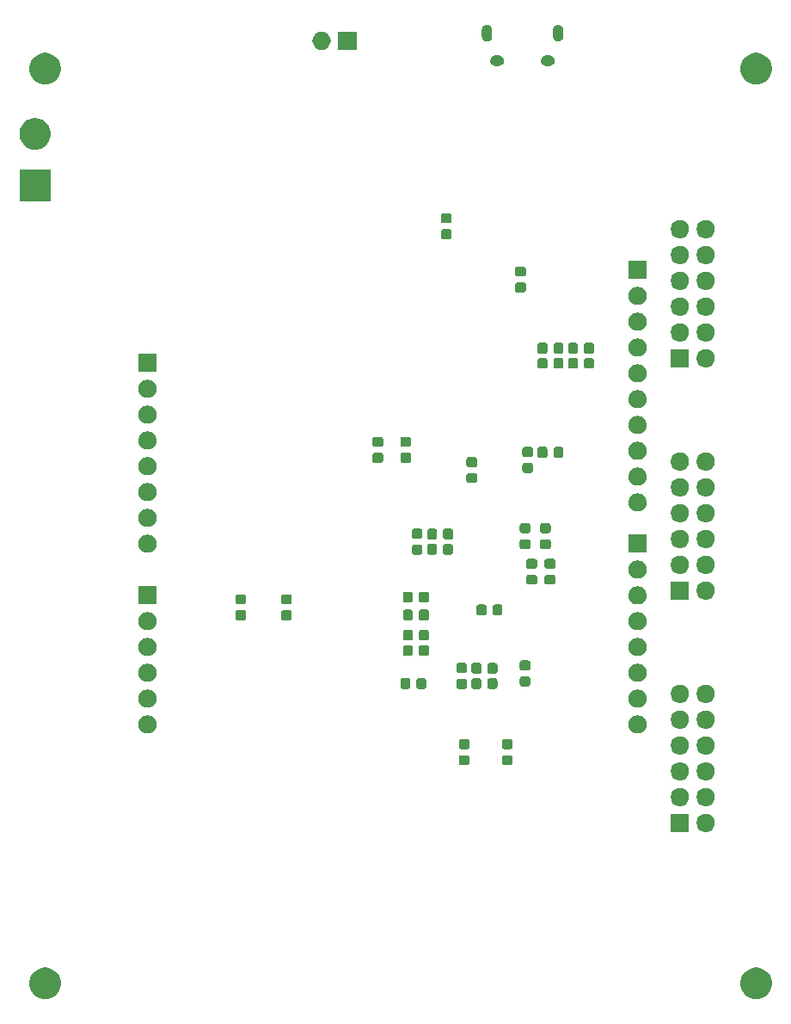
<source format=gbr>
%TF.GenerationSoftware,KiCad,Pcbnew,(5.1.6)-1*%
%TF.CreationDate,2020-06-19T12:40:56+02:00*%
%TF.ProjectId,iceduino,69636564-7569-46e6-9f2e-6b696361645f,rev?*%
%TF.SameCoordinates,Original*%
%TF.FileFunction,Soldermask,Bot*%
%TF.FilePolarity,Negative*%
%FSLAX46Y46*%
G04 Gerber Fmt 4.6, Leading zero omitted, Abs format (unit mm)*
G04 Created by KiCad (PCBNEW (5.1.6)-1) date 2020-06-19 12:40:56*
%MOMM*%
%LPD*%
G01*
G04 APERTURE LIST*
%ADD10C,0.100000*%
G04 APERTURE END LIST*
D10*
G36*
X115302390Y-133479782D02*
G01*
X115452118Y-133509565D01*
X115568960Y-133557963D01*
X115734199Y-133626407D01*
X115734200Y-133626408D01*
X115988068Y-133796036D01*
X116203964Y-134011932D01*
X116203965Y-134011934D01*
X116373593Y-134265801D01*
X116490435Y-134547883D01*
X116550000Y-134847337D01*
X116550000Y-135152663D01*
X116490435Y-135452117D01*
X116373593Y-135734199D01*
X116373592Y-135734200D01*
X116203964Y-135988068D01*
X115988068Y-136203964D01*
X115860273Y-136289353D01*
X115734199Y-136373593D01*
X115568960Y-136442037D01*
X115452118Y-136490435D01*
X115302390Y-136520218D01*
X115152663Y-136550000D01*
X114847337Y-136550000D01*
X114697610Y-136520218D01*
X114547882Y-136490435D01*
X114431040Y-136442037D01*
X114265801Y-136373593D01*
X114139727Y-136289353D01*
X114011932Y-136203964D01*
X113796036Y-135988068D01*
X113626408Y-135734200D01*
X113626407Y-135734199D01*
X113509565Y-135452117D01*
X113450000Y-135152663D01*
X113450000Y-134847337D01*
X113509565Y-134547883D01*
X113626407Y-134265801D01*
X113796035Y-134011934D01*
X113796036Y-134011932D01*
X114011932Y-133796036D01*
X114265800Y-133626408D01*
X114265801Y-133626407D01*
X114431040Y-133557963D01*
X114547882Y-133509565D01*
X114697610Y-133479782D01*
X114847337Y-133450000D01*
X115152663Y-133450000D01*
X115302390Y-133479782D01*
G37*
G36*
X45302390Y-133479782D02*
G01*
X45452118Y-133509565D01*
X45568960Y-133557963D01*
X45734199Y-133626407D01*
X45734200Y-133626408D01*
X45988068Y-133796036D01*
X46203964Y-134011932D01*
X46203965Y-134011934D01*
X46373593Y-134265801D01*
X46490435Y-134547883D01*
X46550000Y-134847337D01*
X46550000Y-135152663D01*
X46490435Y-135452117D01*
X46373593Y-135734199D01*
X46373592Y-135734200D01*
X46203964Y-135988068D01*
X45988068Y-136203964D01*
X45860273Y-136289353D01*
X45734199Y-136373593D01*
X45568960Y-136442037D01*
X45452118Y-136490435D01*
X45302390Y-136520218D01*
X45152663Y-136550000D01*
X44847337Y-136550000D01*
X44697610Y-136520218D01*
X44547882Y-136490435D01*
X44431040Y-136442037D01*
X44265801Y-136373593D01*
X44139727Y-136289353D01*
X44011932Y-136203964D01*
X43796036Y-135988068D01*
X43626408Y-135734200D01*
X43626407Y-135734199D01*
X43509565Y-135452117D01*
X43450000Y-135152663D01*
X43450000Y-134847337D01*
X43509565Y-134547883D01*
X43626407Y-134265801D01*
X43796035Y-134011934D01*
X43796036Y-134011932D01*
X44011932Y-133796036D01*
X44265800Y-133626408D01*
X44265801Y-133626407D01*
X44431040Y-133557963D01*
X44547882Y-133509565D01*
X44697610Y-133479782D01*
X44847337Y-133450000D01*
X45152663Y-133450000D01*
X45302390Y-133479782D01*
G37*
G36*
X110237361Y-118332877D02*
G01*
X110295320Y-118344406D01*
X110459110Y-118412250D01*
X110606517Y-118510744D01*
X110731876Y-118636103D01*
X110830370Y-118783510D01*
X110898214Y-118947300D01*
X110932800Y-119121178D01*
X110932800Y-119298462D01*
X110898214Y-119472340D01*
X110830370Y-119636130D01*
X110731876Y-119783537D01*
X110606517Y-119908896D01*
X110459110Y-120007390D01*
X110295320Y-120075234D01*
X110237361Y-120086763D01*
X110121444Y-120109820D01*
X109944156Y-120109820D01*
X109828239Y-120086763D01*
X109770280Y-120075234D01*
X109606490Y-120007390D01*
X109459083Y-119908896D01*
X109333724Y-119783537D01*
X109235230Y-119636130D01*
X109167386Y-119472340D01*
X109132800Y-119298462D01*
X109132800Y-119121178D01*
X109167386Y-118947300D01*
X109235230Y-118783510D01*
X109333724Y-118636103D01*
X109459083Y-118510744D01*
X109606490Y-118412250D01*
X109770280Y-118344406D01*
X109828239Y-118332877D01*
X109944156Y-118309820D01*
X110121444Y-118309820D01*
X110237361Y-118332877D01*
G37*
G36*
X108392800Y-120109820D02*
G01*
X106592800Y-120109820D01*
X106592800Y-118309820D01*
X108392800Y-118309820D01*
X108392800Y-120109820D01*
G37*
G36*
X107697361Y-115792877D02*
G01*
X107755320Y-115804406D01*
X107919110Y-115872250D01*
X108066517Y-115970744D01*
X108191876Y-116096103D01*
X108290370Y-116243510D01*
X108358214Y-116407300D01*
X108392800Y-116581178D01*
X108392800Y-116758462D01*
X108358214Y-116932340D01*
X108290370Y-117096130D01*
X108191876Y-117243537D01*
X108066517Y-117368896D01*
X107919110Y-117467390D01*
X107755320Y-117535234D01*
X107697361Y-117546763D01*
X107581444Y-117569820D01*
X107404156Y-117569820D01*
X107288239Y-117546763D01*
X107230280Y-117535234D01*
X107066490Y-117467390D01*
X106919083Y-117368896D01*
X106793724Y-117243537D01*
X106695230Y-117096130D01*
X106627386Y-116932340D01*
X106592800Y-116758462D01*
X106592800Y-116581178D01*
X106627386Y-116407300D01*
X106695230Y-116243510D01*
X106793724Y-116096103D01*
X106919083Y-115970744D01*
X107066490Y-115872250D01*
X107230280Y-115804406D01*
X107288239Y-115792877D01*
X107404156Y-115769820D01*
X107581444Y-115769820D01*
X107697361Y-115792877D01*
G37*
G36*
X110237361Y-115792877D02*
G01*
X110295320Y-115804406D01*
X110459110Y-115872250D01*
X110606517Y-115970744D01*
X110731876Y-116096103D01*
X110830370Y-116243510D01*
X110898214Y-116407300D01*
X110932800Y-116581178D01*
X110932800Y-116758462D01*
X110898214Y-116932340D01*
X110830370Y-117096130D01*
X110731876Y-117243537D01*
X110606517Y-117368896D01*
X110459110Y-117467390D01*
X110295320Y-117535234D01*
X110237361Y-117546763D01*
X110121444Y-117569820D01*
X109944156Y-117569820D01*
X109828239Y-117546763D01*
X109770280Y-117535234D01*
X109606490Y-117467390D01*
X109459083Y-117368896D01*
X109333724Y-117243537D01*
X109235230Y-117096130D01*
X109167386Y-116932340D01*
X109132800Y-116758462D01*
X109132800Y-116581178D01*
X109167386Y-116407300D01*
X109235230Y-116243510D01*
X109333724Y-116096103D01*
X109459083Y-115970744D01*
X109606490Y-115872250D01*
X109770280Y-115804406D01*
X109828239Y-115792877D01*
X109944156Y-115769820D01*
X110121444Y-115769820D01*
X110237361Y-115792877D01*
G37*
G36*
X110237361Y-113252877D02*
G01*
X110295320Y-113264406D01*
X110390416Y-113303796D01*
X110450789Y-113328803D01*
X110459110Y-113332250D01*
X110606517Y-113430744D01*
X110731876Y-113556103D01*
X110830370Y-113703510D01*
X110898214Y-113867300D01*
X110932800Y-114041178D01*
X110932800Y-114218462D01*
X110898214Y-114392340D01*
X110830370Y-114556130D01*
X110731876Y-114703537D01*
X110606517Y-114828896D01*
X110459110Y-114927390D01*
X110295320Y-114995234D01*
X110237361Y-115006763D01*
X110121444Y-115029820D01*
X109944156Y-115029820D01*
X109828239Y-115006763D01*
X109770280Y-114995234D01*
X109606490Y-114927390D01*
X109459083Y-114828896D01*
X109333724Y-114703537D01*
X109235230Y-114556130D01*
X109167386Y-114392340D01*
X109132800Y-114218462D01*
X109132800Y-114041178D01*
X109167386Y-113867300D01*
X109235230Y-113703510D01*
X109333724Y-113556103D01*
X109459083Y-113430744D01*
X109606490Y-113332250D01*
X109614812Y-113328803D01*
X109675184Y-113303796D01*
X109770280Y-113264406D01*
X109828239Y-113252877D01*
X109944156Y-113229820D01*
X110121444Y-113229820D01*
X110237361Y-113252877D01*
G37*
G36*
X107697361Y-113252877D02*
G01*
X107755320Y-113264406D01*
X107850416Y-113303796D01*
X107910789Y-113328803D01*
X107919110Y-113332250D01*
X108066517Y-113430744D01*
X108191876Y-113556103D01*
X108290370Y-113703510D01*
X108358214Y-113867300D01*
X108392800Y-114041178D01*
X108392800Y-114218462D01*
X108358214Y-114392340D01*
X108290370Y-114556130D01*
X108191876Y-114703537D01*
X108066517Y-114828896D01*
X107919110Y-114927390D01*
X107755320Y-114995234D01*
X107697361Y-115006763D01*
X107581444Y-115029820D01*
X107404156Y-115029820D01*
X107288239Y-115006763D01*
X107230280Y-114995234D01*
X107066490Y-114927390D01*
X106919083Y-114828896D01*
X106793724Y-114703537D01*
X106695230Y-114556130D01*
X106627386Y-114392340D01*
X106592800Y-114218462D01*
X106592800Y-114041178D01*
X106627386Y-113867300D01*
X106695230Y-113703510D01*
X106793724Y-113556103D01*
X106919083Y-113430744D01*
X107066490Y-113332250D01*
X107074812Y-113328803D01*
X107135184Y-113303796D01*
X107230280Y-113264406D01*
X107288239Y-113252877D01*
X107404156Y-113229820D01*
X107581444Y-113229820D01*
X107697361Y-113252877D01*
G37*
G36*
X90848879Y-112554440D02*
G01*
X90889870Y-112566874D01*
X90927645Y-112587065D01*
X90960758Y-112614242D01*
X90987935Y-112647355D01*
X91008126Y-112685130D01*
X91020560Y-112726121D01*
X91025000Y-112771204D01*
X91025000Y-113303796D01*
X91020560Y-113348879D01*
X91008126Y-113389870D01*
X90987935Y-113427645D01*
X90960758Y-113460758D01*
X90927645Y-113487935D01*
X90889870Y-113508126D01*
X90848879Y-113520560D01*
X90803796Y-113525000D01*
X90196204Y-113525000D01*
X90151121Y-113520560D01*
X90110130Y-113508126D01*
X90072355Y-113487935D01*
X90039242Y-113460758D01*
X90012065Y-113427645D01*
X89991874Y-113389870D01*
X89979440Y-113348879D01*
X89975000Y-113303796D01*
X89975000Y-112771204D01*
X89979440Y-112726121D01*
X89991874Y-112685130D01*
X90012065Y-112647355D01*
X90039242Y-112614242D01*
X90072355Y-112587065D01*
X90110130Y-112566874D01*
X90151121Y-112554440D01*
X90196204Y-112550000D01*
X90803796Y-112550000D01*
X90848879Y-112554440D01*
G37*
G36*
X86598879Y-112554440D02*
G01*
X86639870Y-112566874D01*
X86677645Y-112587065D01*
X86710758Y-112614242D01*
X86737935Y-112647355D01*
X86758126Y-112685130D01*
X86770560Y-112726121D01*
X86775000Y-112771204D01*
X86775000Y-113303796D01*
X86770560Y-113348879D01*
X86758126Y-113389870D01*
X86737935Y-113427645D01*
X86710758Y-113460758D01*
X86677645Y-113487935D01*
X86639870Y-113508126D01*
X86598879Y-113520560D01*
X86553796Y-113525000D01*
X85946204Y-113525000D01*
X85901121Y-113520560D01*
X85860130Y-113508126D01*
X85822355Y-113487935D01*
X85789242Y-113460758D01*
X85762065Y-113427645D01*
X85741874Y-113389870D01*
X85729440Y-113348879D01*
X85725000Y-113303796D01*
X85725000Y-112771204D01*
X85729440Y-112726121D01*
X85741874Y-112685130D01*
X85762065Y-112647355D01*
X85789242Y-112614242D01*
X85822355Y-112587065D01*
X85860130Y-112566874D01*
X85901121Y-112554440D01*
X85946204Y-112550000D01*
X86553796Y-112550000D01*
X86598879Y-112554440D01*
G37*
G36*
X107697361Y-110712877D02*
G01*
X107755320Y-110724406D01*
X107919110Y-110792250D01*
X108066517Y-110890744D01*
X108191876Y-111016103D01*
X108290370Y-111163510D01*
X108358214Y-111327300D01*
X108392800Y-111501178D01*
X108392800Y-111678462D01*
X108358214Y-111852340D01*
X108290370Y-112016130D01*
X108191876Y-112163537D01*
X108066517Y-112288896D01*
X107919110Y-112387390D01*
X107755320Y-112455234D01*
X107697361Y-112466763D01*
X107581444Y-112489820D01*
X107404156Y-112489820D01*
X107288239Y-112466763D01*
X107230280Y-112455234D01*
X107066490Y-112387390D01*
X106919083Y-112288896D01*
X106793724Y-112163537D01*
X106695230Y-112016130D01*
X106627386Y-111852340D01*
X106592800Y-111678462D01*
X106592800Y-111501178D01*
X106627386Y-111327300D01*
X106695230Y-111163510D01*
X106793724Y-111016103D01*
X106919083Y-110890744D01*
X107066490Y-110792250D01*
X107230280Y-110724406D01*
X107288239Y-110712877D01*
X107404156Y-110689820D01*
X107581444Y-110689820D01*
X107697361Y-110712877D01*
G37*
G36*
X110237361Y-110712877D02*
G01*
X110295320Y-110724406D01*
X110459110Y-110792250D01*
X110606517Y-110890744D01*
X110731876Y-111016103D01*
X110830370Y-111163510D01*
X110898214Y-111327300D01*
X110932800Y-111501178D01*
X110932800Y-111678462D01*
X110898214Y-111852340D01*
X110830370Y-112016130D01*
X110731876Y-112163537D01*
X110606517Y-112288896D01*
X110459110Y-112387390D01*
X110295320Y-112455234D01*
X110237361Y-112466763D01*
X110121444Y-112489820D01*
X109944156Y-112489820D01*
X109828239Y-112466763D01*
X109770280Y-112455234D01*
X109606490Y-112387390D01*
X109459083Y-112288896D01*
X109333724Y-112163537D01*
X109235230Y-112016130D01*
X109167386Y-111852340D01*
X109132800Y-111678462D01*
X109132800Y-111501178D01*
X109167386Y-111327300D01*
X109235230Y-111163510D01*
X109333724Y-111016103D01*
X109459083Y-110890744D01*
X109606490Y-110792250D01*
X109770280Y-110724406D01*
X109828239Y-110712877D01*
X109944156Y-110689820D01*
X110121444Y-110689820D01*
X110237361Y-110712877D01*
G37*
G36*
X90848879Y-110979440D02*
G01*
X90889870Y-110991874D01*
X90927645Y-111012065D01*
X90960758Y-111039242D01*
X90987935Y-111072355D01*
X91008126Y-111110130D01*
X91020560Y-111151121D01*
X91025000Y-111196204D01*
X91025000Y-111728796D01*
X91020560Y-111773879D01*
X91008126Y-111814870D01*
X90987935Y-111852645D01*
X90960758Y-111885758D01*
X90927645Y-111912935D01*
X90889870Y-111933126D01*
X90848879Y-111945560D01*
X90803796Y-111950000D01*
X90196204Y-111950000D01*
X90151121Y-111945560D01*
X90110130Y-111933126D01*
X90072355Y-111912935D01*
X90039242Y-111885758D01*
X90012065Y-111852645D01*
X89991874Y-111814870D01*
X89979440Y-111773879D01*
X89975000Y-111728796D01*
X89975000Y-111196204D01*
X89979440Y-111151121D01*
X89991874Y-111110130D01*
X90012065Y-111072355D01*
X90039242Y-111039242D01*
X90072355Y-111012065D01*
X90110130Y-110991874D01*
X90151121Y-110979440D01*
X90196204Y-110975000D01*
X90803796Y-110975000D01*
X90848879Y-110979440D01*
G37*
G36*
X86598879Y-110979440D02*
G01*
X86639870Y-110991874D01*
X86677645Y-111012065D01*
X86710758Y-111039242D01*
X86737935Y-111072355D01*
X86758126Y-111110130D01*
X86770560Y-111151121D01*
X86775000Y-111196204D01*
X86775000Y-111728796D01*
X86770560Y-111773879D01*
X86758126Y-111814870D01*
X86737935Y-111852645D01*
X86710758Y-111885758D01*
X86677645Y-111912935D01*
X86639870Y-111933126D01*
X86598879Y-111945560D01*
X86553796Y-111950000D01*
X85946204Y-111950000D01*
X85901121Y-111945560D01*
X85860130Y-111933126D01*
X85822355Y-111912935D01*
X85789242Y-111885758D01*
X85762065Y-111852645D01*
X85741874Y-111814870D01*
X85729440Y-111773879D01*
X85725000Y-111728796D01*
X85725000Y-111196204D01*
X85729440Y-111151121D01*
X85741874Y-111110130D01*
X85762065Y-111072355D01*
X85789242Y-111039242D01*
X85822355Y-111012065D01*
X85860130Y-110991874D01*
X85901121Y-110979440D01*
X85946204Y-110975000D01*
X86553796Y-110975000D01*
X86598879Y-110979440D01*
G37*
G36*
X103531761Y-108647857D02*
G01*
X103589720Y-108659386D01*
X103753510Y-108727230D01*
X103900917Y-108825724D01*
X104026276Y-108951083D01*
X104026277Y-108951085D01*
X104124771Y-109098492D01*
X104192614Y-109262281D01*
X104227200Y-109436156D01*
X104227200Y-109613444D01*
X104192614Y-109787319D01*
X104125305Y-109949820D01*
X104124770Y-109951110D01*
X104026276Y-110098517D01*
X103900917Y-110223876D01*
X103753510Y-110322370D01*
X103589720Y-110390214D01*
X103531761Y-110401743D01*
X103415844Y-110424800D01*
X103238556Y-110424800D01*
X103122639Y-110401743D01*
X103064680Y-110390214D01*
X102900890Y-110322370D01*
X102753483Y-110223876D01*
X102628124Y-110098517D01*
X102529630Y-109951110D01*
X102529096Y-109949820D01*
X102461786Y-109787319D01*
X102427200Y-109613444D01*
X102427200Y-109436156D01*
X102461786Y-109262281D01*
X102529629Y-109098492D01*
X102628123Y-108951085D01*
X102628124Y-108951083D01*
X102753483Y-108825724D01*
X102900890Y-108727230D01*
X103064680Y-108659386D01*
X103122639Y-108647857D01*
X103238556Y-108624800D01*
X103415844Y-108624800D01*
X103531761Y-108647857D01*
G37*
G36*
X55271761Y-108647857D02*
G01*
X55329720Y-108659386D01*
X55493510Y-108727230D01*
X55640917Y-108825724D01*
X55766276Y-108951083D01*
X55766277Y-108951085D01*
X55864771Y-109098492D01*
X55932614Y-109262281D01*
X55967200Y-109436156D01*
X55967200Y-109613444D01*
X55932614Y-109787319D01*
X55865305Y-109949820D01*
X55864770Y-109951110D01*
X55766276Y-110098517D01*
X55640917Y-110223876D01*
X55493510Y-110322370D01*
X55329720Y-110390214D01*
X55271761Y-110401743D01*
X55155844Y-110424800D01*
X54978556Y-110424800D01*
X54862639Y-110401743D01*
X54804680Y-110390214D01*
X54640890Y-110322370D01*
X54493483Y-110223876D01*
X54368124Y-110098517D01*
X54269630Y-109951110D01*
X54269096Y-109949820D01*
X54201786Y-109787319D01*
X54167200Y-109613444D01*
X54167200Y-109436156D01*
X54201786Y-109262281D01*
X54269629Y-109098492D01*
X54368123Y-108951085D01*
X54368124Y-108951083D01*
X54493483Y-108825724D01*
X54640890Y-108727230D01*
X54804680Y-108659386D01*
X54862639Y-108647857D01*
X54978556Y-108624800D01*
X55155844Y-108624800D01*
X55271761Y-108647857D01*
G37*
G36*
X110237361Y-108172877D02*
G01*
X110295320Y-108184406D01*
X110459110Y-108252250D01*
X110606517Y-108350744D01*
X110731876Y-108476103D01*
X110731877Y-108476105D01*
X110830371Y-108623512D01*
X110898214Y-108787301D01*
X110930793Y-108951085D01*
X110932800Y-108961178D01*
X110932800Y-109138462D01*
X110898214Y-109312340D01*
X110830370Y-109476130D01*
X110731876Y-109623537D01*
X110606517Y-109748896D01*
X110459110Y-109847390D01*
X110295320Y-109915234D01*
X110237361Y-109926763D01*
X110121444Y-109949820D01*
X109944156Y-109949820D01*
X109828239Y-109926763D01*
X109770280Y-109915234D01*
X109606490Y-109847390D01*
X109459083Y-109748896D01*
X109333724Y-109623537D01*
X109235230Y-109476130D01*
X109167386Y-109312340D01*
X109132800Y-109138462D01*
X109132800Y-108961178D01*
X109134808Y-108951085D01*
X109167386Y-108787301D01*
X109235229Y-108623512D01*
X109333723Y-108476105D01*
X109333724Y-108476103D01*
X109459083Y-108350744D01*
X109606490Y-108252250D01*
X109770280Y-108184406D01*
X109828239Y-108172877D01*
X109944156Y-108149820D01*
X110121444Y-108149820D01*
X110237361Y-108172877D01*
G37*
G36*
X107697361Y-108172877D02*
G01*
X107755320Y-108184406D01*
X107919110Y-108252250D01*
X108066517Y-108350744D01*
X108191876Y-108476103D01*
X108191877Y-108476105D01*
X108290371Y-108623512D01*
X108358214Y-108787301D01*
X108390793Y-108951085D01*
X108392800Y-108961178D01*
X108392800Y-109138462D01*
X108358214Y-109312340D01*
X108290370Y-109476130D01*
X108191876Y-109623537D01*
X108066517Y-109748896D01*
X107919110Y-109847390D01*
X107755320Y-109915234D01*
X107697361Y-109926763D01*
X107581444Y-109949820D01*
X107404156Y-109949820D01*
X107288239Y-109926763D01*
X107230280Y-109915234D01*
X107066490Y-109847390D01*
X106919083Y-109748896D01*
X106793724Y-109623537D01*
X106695230Y-109476130D01*
X106627386Y-109312340D01*
X106592800Y-109138462D01*
X106592800Y-108961178D01*
X106594808Y-108951085D01*
X106627386Y-108787301D01*
X106695229Y-108623512D01*
X106793723Y-108476105D01*
X106793724Y-108476103D01*
X106919083Y-108350744D01*
X107066490Y-108252250D01*
X107230280Y-108184406D01*
X107288239Y-108172877D01*
X107404156Y-108149820D01*
X107581444Y-108149820D01*
X107697361Y-108172877D01*
G37*
G36*
X103531761Y-106107857D02*
G01*
X103589720Y-106119386D01*
X103753510Y-106187230D01*
X103900917Y-106285724D01*
X104026276Y-106411083D01*
X104026277Y-106411085D01*
X104124771Y-106558492D01*
X104192614Y-106722281D01*
X104227200Y-106896156D01*
X104227200Y-107073444D01*
X104192614Y-107247319D01*
X104125305Y-107409820D01*
X104124770Y-107411110D01*
X104026276Y-107558517D01*
X103900917Y-107683876D01*
X103753510Y-107782370D01*
X103589720Y-107850214D01*
X103531761Y-107861743D01*
X103415844Y-107884800D01*
X103238556Y-107884800D01*
X103122639Y-107861743D01*
X103064680Y-107850214D01*
X102900890Y-107782370D01*
X102753483Y-107683876D01*
X102628124Y-107558517D01*
X102529630Y-107411110D01*
X102529096Y-107409820D01*
X102461786Y-107247319D01*
X102427200Y-107073444D01*
X102427200Y-106896156D01*
X102461786Y-106722281D01*
X102529629Y-106558492D01*
X102628123Y-106411085D01*
X102628124Y-106411083D01*
X102753483Y-106285724D01*
X102900890Y-106187230D01*
X103064680Y-106119386D01*
X103122639Y-106107857D01*
X103238556Y-106084800D01*
X103415844Y-106084800D01*
X103531761Y-106107857D01*
G37*
G36*
X55271761Y-106107857D02*
G01*
X55329720Y-106119386D01*
X55493510Y-106187230D01*
X55640917Y-106285724D01*
X55766276Y-106411083D01*
X55766277Y-106411085D01*
X55864771Y-106558492D01*
X55932614Y-106722281D01*
X55967200Y-106896156D01*
X55967200Y-107073444D01*
X55932614Y-107247319D01*
X55865305Y-107409820D01*
X55864770Y-107411110D01*
X55766276Y-107558517D01*
X55640917Y-107683876D01*
X55493510Y-107782370D01*
X55329720Y-107850214D01*
X55271761Y-107861743D01*
X55155844Y-107884800D01*
X54978556Y-107884800D01*
X54862639Y-107861743D01*
X54804680Y-107850214D01*
X54640890Y-107782370D01*
X54493483Y-107683876D01*
X54368124Y-107558517D01*
X54269630Y-107411110D01*
X54269096Y-107409820D01*
X54201786Y-107247319D01*
X54167200Y-107073444D01*
X54167200Y-106896156D01*
X54201786Y-106722281D01*
X54269629Y-106558492D01*
X54368123Y-106411085D01*
X54368124Y-106411083D01*
X54493483Y-106285724D01*
X54640890Y-106187230D01*
X54804680Y-106119386D01*
X54862639Y-106107857D01*
X54978556Y-106084800D01*
X55155844Y-106084800D01*
X55271761Y-106107857D01*
G37*
G36*
X110237361Y-105632877D02*
G01*
X110295320Y-105644406D01*
X110459110Y-105712250D01*
X110606517Y-105810744D01*
X110731876Y-105936103D01*
X110780000Y-106008126D01*
X110830371Y-106083512D01*
X110898214Y-106247301D01*
X110930793Y-106411085D01*
X110932800Y-106421178D01*
X110932800Y-106598462D01*
X110898214Y-106772340D01*
X110830370Y-106936130D01*
X110731876Y-107083537D01*
X110606517Y-107208896D01*
X110459110Y-107307390D01*
X110295320Y-107375234D01*
X110237361Y-107386763D01*
X110121444Y-107409820D01*
X109944156Y-107409820D01*
X109828239Y-107386763D01*
X109770280Y-107375234D01*
X109606490Y-107307390D01*
X109459083Y-107208896D01*
X109333724Y-107083537D01*
X109235230Y-106936130D01*
X109167386Y-106772340D01*
X109132800Y-106598462D01*
X109132800Y-106421178D01*
X109134808Y-106411085D01*
X109167386Y-106247301D01*
X109235229Y-106083512D01*
X109285600Y-106008126D01*
X109333724Y-105936103D01*
X109459083Y-105810744D01*
X109606490Y-105712250D01*
X109770280Y-105644406D01*
X109828239Y-105632877D01*
X109944156Y-105609820D01*
X110121444Y-105609820D01*
X110237361Y-105632877D01*
G37*
G36*
X107697361Y-105632877D02*
G01*
X107755320Y-105644406D01*
X107919110Y-105712250D01*
X108066517Y-105810744D01*
X108191876Y-105936103D01*
X108240000Y-106008126D01*
X108290371Y-106083512D01*
X108358214Y-106247301D01*
X108390793Y-106411085D01*
X108392800Y-106421178D01*
X108392800Y-106598462D01*
X108358214Y-106772340D01*
X108290370Y-106936130D01*
X108191876Y-107083537D01*
X108066517Y-107208896D01*
X107919110Y-107307390D01*
X107755320Y-107375234D01*
X107697361Y-107386763D01*
X107581444Y-107409820D01*
X107404156Y-107409820D01*
X107288239Y-107386763D01*
X107230280Y-107375234D01*
X107066490Y-107307390D01*
X106919083Y-107208896D01*
X106793724Y-107083537D01*
X106695230Y-106936130D01*
X106627386Y-106772340D01*
X106592800Y-106598462D01*
X106592800Y-106421178D01*
X106594808Y-106411085D01*
X106627386Y-106247301D01*
X106695229Y-106083512D01*
X106745600Y-106008126D01*
X106793724Y-105936103D01*
X106919083Y-105810744D01*
X107066490Y-105712250D01*
X107230280Y-105644406D01*
X107288239Y-105632877D01*
X107404156Y-105609820D01*
X107581444Y-105609820D01*
X107697361Y-105632877D01*
G37*
G36*
X89348879Y-104979440D02*
G01*
X89389870Y-104991874D01*
X89427645Y-105012065D01*
X89460758Y-105039242D01*
X89487935Y-105072355D01*
X89508126Y-105110130D01*
X89520560Y-105151121D01*
X89525000Y-105196204D01*
X89525000Y-105803796D01*
X89520560Y-105848879D01*
X89508126Y-105889870D01*
X89487935Y-105927645D01*
X89460758Y-105960758D01*
X89427645Y-105987935D01*
X89389870Y-106008126D01*
X89348879Y-106020560D01*
X89303796Y-106025000D01*
X88771204Y-106025000D01*
X88726121Y-106020560D01*
X88685130Y-106008126D01*
X88647355Y-105987935D01*
X88614242Y-105960758D01*
X88587065Y-105927645D01*
X88566874Y-105889870D01*
X88554440Y-105848879D01*
X88550000Y-105803796D01*
X88550000Y-105196204D01*
X88554440Y-105151121D01*
X88566874Y-105110130D01*
X88587065Y-105072355D01*
X88614242Y-105039242D01*
X88647355Y-105012065D01*
X88685130Y-104991874D01*
X88726121Y-104979440D01*
X88771204Y-104975000D01*
X89303796Y-104975000D01*
X89348879Y-104979440D01*
G37*
G36*
X87773879Y-104979440D02*
G01*
X87814870Y-104991874D01*
X87852645Y-105012065D01*
X87885758Y-105039242D01*
X87912935Y-105072355D01*
X87933126Y-105110130D01*
X87945560Y-105151121D01*
X87950000Y-105196204D01*
X87950000Y-105803796D01*
X87945560Y-105848879D01*
X87933126Y-105889870D01*
X87912935Y-105927645D01*
X87885758Y-105960758D01*
X87852645Y-105987935D01*
X87814870Y-106008126D01*
X87773879Y-106020560D01*
X87728796Y-106025000D01*
X87196204Y-106025000D01*
X87151121Y-106020560D01*
X87110130Y-106008126D01*
X87072355Y-105987935D01*
X87039242Y-105960758D01*
X87012065Y-105927645D01*
X86991874Y-105889870D01*
X86979440Y-105848879D01*
X86975000Y-105803796D01*
X86975000Y-105196204D01*
X86979440Y-105151121D01*
X86991874Y-105110130D01*
X87012065Y-105072355D01*
X87039242Y-105039242D01*
X87072355Y-105012065D01*
X87110130Y-104991874D01*
X87151121Y-104979440D01*
X87196204Y-104975000D01*
X87728796Y-104975000D01*
X87773879Y-104979440D01*
G37*
G36*
X86348879Y-105054440D02*
G01*
X86389870Y-105066874D01*
X86427645Y-105087065D01*
X86460758Y-105114242D01*
X86487935Y-105147355D01*
X86508126Y-105185130D01*
X86520560Y-105226121D01*
X86525000Y-105271204D01*
X86525000Y-105803796D01*
X86520560Y-105848879D01*
X86508126Y-105889870D01*
X86487935Y-105927645D01*
X86460758Y-105960758D01*
X86427645Y-105987935D01*
X86389870Y-106008126D01*
X86348879Y-106020560D01*
X86303796Y-106025000D01*
X85696204Y-106025000D01*
X85651121Y-106020560D01*
X85610130Y-106008126D01*
X85572355Y-105987935D01*
X85539242Y-105960758D01*
X85512065Y-105927645D01*
X85491874Y-105889870D01*
X85479440Y-105848879D01*
X85475000Y-105803796D01*
X85475000Y-105271204D01*
X85479440Y-105226121D01*
X85491874Y-105185130D01*
X85512065Y-105147355D01*
X85539242Y-105114242D01*
X85572355Y-105087065D01*
X85610130Y-105066874D01*
X85651121Y-105054440D01*
X85696204Y-105050000D01*
X86303796Y-105050000D01*
X86348879Y-105054440D01*
G37*
G36*
X82348879Y-104979440D02*
G01*
X82389870Y-104991874D01*
X82427645Y-105012065D01*
X82460758Y-105039242D01*
X82487935Y-105072355D01*
X82508126Y-105110130D01*
X82520560Y-105151121D01*
X82525000Y-105196204D01*
X82525000Y-105803796D01*
X82520560Y-105848879D01*
X82508126Y-105889870D01*
X82487935Y-105927645D01*
X82460758Y-105960758D01*
X82427645Y-105987935D01*
X82389870Y-106008126D01*
X82348879Y-106020560D01*
X82303796Y-106025000D01*
X81771204Y-106025000D01*
X81726121Y-106020560D01*
X81685130Y-106008126D01*
X81647355Y-105987935D01*
X81614242Y-105960758D01*
X81587065Y-105927645D01*
X81566874Y-105889870D01*
X81554440Y-105848879D01*
X81550000Y-105803796D01*
X81550000Y-105196204D01*
X81554440Y-105151121D01*
X81566874Y-105110130D01*
X81587065Y-105072355D01*
X81614242Y-105039242D01*
X81647355Y-105012065D01*
X81685130Y-104991874D01*
X81726121Y-104979440D01*
X81771204Y-104975000D01*
X82303796Y-104975000D01*
X82348879Y-104979440D01*
G37*
G36*
X80773879Y-104979440D02*
G01*
X80814870Y-104991874D01*
X80852645Y-105012065D01*
X80885758Y-105039242D01*
X80912935Y-105072355D01*
X80933126Y-105110130D01*
X80945560Y-105151121D01*
X80950000Y-105196204D01*
X80950000Y-105803796D01*
X80945560Y-105848879D01*
X80933126Y-105889870D01*
X80912935Y-105927645D01*
X80885758Y-105960758D01*
X80852645Y-105987935D01*
X80814870Y-106008126D01*
X80773879Y-106020560D01*
X80728796Y-106025000D01*
X80196204Y-106025000D01*
X80151121Y-106020560D01*
X80110130Y-106008126D01*
X80072355Y-105987935D01*
X80039242Y-105960758D01*
X80012065Y-105927645D01*
X79991874Y-105889870D01*
X79979440Y-105848879D01*
X79975000Y-105803796D01*
X79975000Y-105196204D01*
X79979440Y-105151121D01*
X79991874Y-105110130D01*
X80012065Y-105072355D01*
X80039242Y-105039242D01*
X80072355Y-105012065D01*
X80110130Y-104991874D01*
X80151121Y-104979440D01*
X80196204Y-104975000D01*
X80728796Y-104975000D01*
X80773879Y-104979440D01*
G37*
G36*
X92598879Y-104804440D02*
G01*
X92639870Y-104816874D01*
X92677645Y-104837065D01*
X92710758Y-104864242D01*
X92737935Y-104897355D01*
X92758126Y-104935130D01*
X92770560Y-104976121D01*
X92775000Y-105021204D01*
X92775000Y-105553796D01*
X92770560Y-105598879D01*
X92758126Y-105639870D01*
X92737935Y-105677645D01*
X92710758Y-105710758D01*
X92677645Y-105737935D01*
X92639870Y-105758126D01*
X92598879Y-105770560D01*
X92553796Y-105775000D01*
X91946204Y-105775000D01*
X91901121Y-105770560D01*
X91860130Y-105758126D01*
X91822355Y-105737935D01*
X91789242Y-105710758D01*
X91762065Y-105677645D01*
X91741874Y-105639870D01*
X91729440Y-105598879D01*
X91725000Y-105553796D01*
X91725000Y-105021204D01*
X91729440Y-104976121D01*
X91741874Y-104935130D01*
X91762065Y-104897355D01*
X91789242Y-104864242D01*
X91822355Y-104837065D01*
X91860130Y-104816874D01*
X91901121Y-104804440D01*
X91946204Y-104800000D01*
X92553796Y-104800000D01*
X92598879Y-104804440D01*
G37*
G36*
X103531761Y-103567857D02*
G01*
X103589720Y-103579386D01*
X103753510Y-103647230D01*
X103900917Y-103745724D01*
X104026276Y-103871083D01*
X104124770Y-104018490D01*
X104192614Y-104182280D01*
X104196139Y-104200000D01*
X104226502Y-104352645D01*
X104227200Y-104356158D01*
X104227200Y-104533442D01*
X104192614Y-104707320D01*
X104124770Y-104871110D01*
X104026276Y-105018517D01*
X103900917Y-105143876D01*
X103753510Y-105242370D01*
X103589720Y-105310214D01*
X103531761Y-105321743D01*
X103415844Y-105344800D01*
X103238556Y-105344800D01*
X103122639Y-105321743D01*
X103064680Y-105310214D01*
X102900890Y-105242370D01*
X102753483Y-105143876D01*
X102628124Y-105018517D01*
X102529630Y-104871110D01*
X102461786Y-104707320D01*
X102427200Y-104533442D01*
X102427200Y-104356158D01*
X102427899Y-104352645D01*
X102458261Y-104200000D01*
X102461786Y-104182280D01*
X102529630Y-104018490D01*
X102628124Y-103871083D01*
X102753483Y-103745724D01*
X102900890Y-103647230D01*
X103064680Y-103579386D01*
X103122639Y-103567857D01*
X103238556Y-103544800D01*
X103415844Y-103544800D01*
X103531761Y-103567857D01*
G37*
G36*
X55271761Y-103567857D02*
G01*
X55329720Y-103579386D01*
X55493510Y-103647230D01*
X55640917Y-103745724D01*
X55766276Y-103871083D01*
X55864770Y-104018490D01*
X55932614Y-104182280D01*
X55936139Y-104200000D01*
X55966502Y-104352645D01*
X55967200Y-104356158D01*
X55967200Y-104533442D01*
X55932614Y-104707320D01*
X55864770Y-104871110D01*
X55766276Y-105018517D01*
X55640917Y-105143876D01*
X55493510Y-105242370D01*
X55329720Y-105310214D01*
X55271761Y-105321743D01*
X55155844Y-105344800D01*
X54978556Y-105344800D01*
X54862639Y-105321743D01*
X54804680Y-105310214D01*
X54640890Y-105242370D01*
X54493483Y-105143876D01*
X54368124Y-105018517D01*
X54269630Y-104871110D01*
X54201786Y-104707320D01*
X54167200Y-104533442D01*
X54167200Y-104356158D01*
X54167899Y-104352645D01*
X54198261Y-104200000D01*
X54201786Y-104182280D01*
X54269630Y-104018490D01*
X54368124Y-103871083D01*
X54493483Y-103745724D01*
X54640890Y-103647230D01*
X54804680Y-103579386D01*
X54862639Y-103567857D01*
X54978556Y-103544800D01*
X55155844Y-103544800D01*
X55271761Y-103567857D01*
G37*
G36*
X87773879Y-103479440D02*
G01*
X87814870Y-103491874D01*
X87852645Y-103512065D01*
X87885758Y-103539242D01*
X87912935Y-103572355D01*
X87933126Y-103610130D01*
X87945560Y-103651121D01*
X87950000Y-103696204D01*
X87950000Y-104303796D01*
X87945560Y-104348879D01*
X87933126Y-104389870D01*
X87912935Y-104427645D01*
X87885758Y-104460758D01*
X87852645Y-104487935D01*
X87814870Y-104508126D01*
X87773879Y-104520560D01*
X87728796Y-104525000D01*
X87196204Y-104525000D01*
X87151121Y-104520560D01*
X87110130Y-104508126D01*
X87072355Y-104487935D01*
X87039242Y-104460758D01*
X87012065Y-104427645D01*
X86991874Y-104389870D01*
X86979440Y-104348879D01*
X86975000Y-104303796D01*
X86975000Y-103696204D01*
X86979440Y-103651121D01*
X86991874Y-103610130D01*
X87012065Y-103572355D01*
X87039242Y-103539242D01*
X87072355Y-103512065D01*
X87110130Y-103491874D01*
X87151121Y-103479440D01*
X87196204Y-103475000D01*
X87728796Y-103475000D01*
X87773879Y-103479440D01*
G37*
G36*
X89348879Y-103479440D02*
G01*
X89389870Y-103491874D01*
X89427645Y-103512065D01*
X89460758Y-103539242D01*
X89487935Y-103572355D01*
X89508126Y-103610130D01*
X89520560Y-103651121D01*
X89525000Y-103696204D01*
X89525000Y-104303796D01*
X89520560Y-104348879D01*
X89508126Y-104389870D01*
X89487935Y-104427645D01*
X89460758Y-104460758D01*
X89427645Y-104487935D01*
X89389870Y-104508126D01*
X89348879Y-104520560D01*
X89303796Y-104525000D01*
X88771204Y-104525000D01*
X88726121Y-104520560D01*
X88685130Y-104508126D01*
X88647355Y-104487935D01*
X88614242Y-104460758D01*
X88587065Y-104427645D01*
X88566874Y-104389870D01*
X88554440Y-104348879D01*
X88550000Y-104303796D01*
X88550000Y-103696204D01*
X88554440Y-103651121D01*
X88566874Y-103610130D01*
X88587065Y-103572355D01*
X88614242Y-103539242D01*
X88647355Y-103512065D01*
X88685130Y-103491874D01*
X88726121Y-103479440D01*
X88771204Y-103475000D01*
X89303796Y-103475000D01*
X89348879Y-103479440D01*
G37*
G36*
X86348879Y-103479440D02*
G01*
X86389870Y-103491874D01*
X86427645Y-103512065D01*
X86460758Y-103539242D01*
X86487935Y-103572355D01*
X86508126Y-103610130D01*
X86520560Y-103651121D01*
X86525000Y-103696204D01*
X86525000Y-104228796D01*
X86520560Y-104273879D01*
X86508126Y-104314870D01*
X86487935Y-104352645D01*
X86460758Y-104385758D01*
X86427645Y-104412935D01*
X86389870Y-104433126D01*
X86348879Y-104445560D01*
X86303796Y-104450000D01*
X85696204Y-104450000D01*
X85651121Y-104445560D01*
X85610130Y-104433126D01*
X85572355Y-104412935D01*
X85539242Y-104385758D01*
X85512065Y-104352645D01*
X85491874Y-104314870D01*
X85479440Y-104273879D01*
X85475000Y-104228796D01*
X85475000Y-103696204D01*
X85479440Y-103651121D01*
X85491874Y-103610130D01*
X85512065Y-103572355D01*
X85539242Y-103539242D01*
X85572355Y-103512065D01*
X85610130Y-103491874D01*
X85651121Y-103479440D01*
X85696204Y-103475000D01*
X86303796Y-103475000D01*
X86348879Y-103479440D01*
G37*
G36*
X92598879Y-103229440D02*
G01*
X92639870Y-103241874D01*
X92677645Y-103262065D01*
X92710758Y-103289242D01*
X92737935Y-103322355D01*
X92758126Y-103360130D01*
X92770560Y-103401121D01*
X92775000Y-103446204D01*
X92775000Y-103978796D01*
X92770560Y-104023879D01*
X92758126Y-104064870D01*
X92737935Y-104102645D01*
X92710758Y-104135758D01*
X92677645Y-104162935D01*
X92639870Y-104183126D01*
X92598879Y-104195560D01*
X92553796Y-104200000D01*
X91946204Y-104200000D01*
X91901121Y-104195560D01*
X91860130Y-104183126D01*
X91822355Y-104162935D01*
X91789242Y-104135758D01*
X91762065Y-104102645D01*
X91741874Y-104064870D01*
X91729440Y-104023879D01*
X91725000Y-103978796D01*
X91725000Y-103446204D01*
X91729440Y-103401121D01*
X91741874Y-103360130D01*
X91762065Y-103322355D01*
X91789242Y-103289242D01*
X91822355Y-103262065D01*
X91860130Y-103241874D01*
X91901121Y-103229440D01*
X91946204Y-103225000D01*
X92553796Y-103225000D01*
X92598879Y-103229440D01*
G37*
G36*
X103531761Y-101027857D02*
G01*
X103589720Y-101039386D01*
X103753510Y-101107230D01*
X103900917Y-101205724D01*
X104026276Y-101331083D01*
X104026277Y-101331085D01*
X104124771Y-101478492D01*
X104192614Y-101642281D01*
X104216441Y-101762065D01*
X104227200Y-101816158D01*
X104227200Y-101993442D01*
X104192614Y-102167320D01*
X104124770Y-102331110D01*
X104026276Y-102478517D01*
X103900917Y-102603876D01*
X103753510Y-102702370D01*
X103589720Y-102770214D01*
X103531761Y-102781743D01*
X103415844Y-102804800D01*
X103238556Y-102804800D01*
X103122639Y-102781743D01*
X103064680Y-102770214D01*
X102900890Y-102702370D01*
X102753483Y-102603876D01*
X102628124Y-102478517D01*
X102529630Y-102331110D01*
X102461786Y-102167320D01*
X102427200Y-101993442D01*
X102427200Y-101816158D01*
X102437960Y-101762065D01*
X102461786Y-101642281D01*
X102529629Y-101478492D01*
X102628123Y-101331085D01*
X102628124Y-101331083D01*
X102753483Y-101205724D01*
X102900890Y-101107230D01*
X103064680Y-101039386D01*
X103122639Y-101027857D01*
X103238556Y-101004800D01*
X103415844Y-101004800D01*
X103531761Y-101027857D01*
G37*
G36*
X55271761Y-101027857D02*
G01*
X55329720Y-101039386D01*
X55493510Y-101107230D01*
X55640917Y-101205724D01*
X55766276Y-101331083D01*
X55766277Y-101331085D01*
X55864771Y-101478492D01*
X55932614Y-101642281D01*
X55956441Y-101762065D01*
X55967200Y-101816158D01*
X55967200Y-101993442D01*
X55932614Y-102167320D01*
X55864770Y-102331110D01*
X55766276Y-102478517D01*
X55640917Y-102603876D01*
X55493510Y-102702370D01*
X55329720Y-102770214D01*
X55271761Y-102781743D01*
X55155844Y-102804800D01*
X54978556Y-102804800D01*
X54862639Y-102781743D01*
X54804680Y-102770214D01*
X54640890Y-102702370D01*
X54493483Y-102603876D01*
X54368124Y-102478517D01*
X54269630Y-102331110D01*
X54201786Y-102167320D01*
X54167200Y-101993442D01*
X54167200Y-101816158D01*
X54177960Y-101762065D01*
X54201786Y-101642281D01*
X54269629Y-101478492D01*
X54368123Y-101331085D01*
X54368124Y-101331083D01*
X54493483Y-101205724D01*
X54640890Y-101107230D01*
X54804680Y-101039386D01*
X54862639Y-101027857D01*
X54978556Y-101004800D01*
X55155844Y-101004800D01*
X55271761Y-101027857D01*
G37*
G36*
X82598879Y-101729440D02*
G01*
X82639870Y-101741874D01*
X82677645Y-101762065D01*
X82710758Y-101789242D01*
X82737935Y-101822355D01*
X82758126Y-101860130D01*
X82770560Y-101901121D01*
X82775000Y-101946204D01*
X82775000Y-102553796D01*
X82770560Y-102598879D01*
X82758126Y-102639870D01*
X82737935Y-102677645D01*
X82710758Y-102710758D01*
X82677645Y-102737935D01*
X82639870Y-102758126D01*
X82598879Y-102770560D01*
X82553796Y-102775000D01*
X82021204Y-102775000D01*
X81976121Y-102770560D01*
X81935130Y-102758126D01*
X81897355Y-102737935D01*
X81864242Y-102710758D01*
X81837065Y-102677645D01*
X81816874Y-102639870D01*
X81804440Y-102598879D01*
X81800000Y-102553796D01*
X81800000Y-101946204D01*
X81804440Y-101901121D01*
X81816874Y-101860130D01*
X81837065Y-101822355D01*
X81864242Y-101789242D01*
X81897355Y-101762065D01*
X81935130Y-101741874D01*
X81976121Y-101729440D01*
X82021204Y-101725000D01*
X82553796Y-101725000D01*
X82598879Y-101729440D01*
G37*
G36*
X81023879Y-101729440D02*
G01*
X81064870Y-101741874D01*
X81102645Y-101762065D01*
X81135758Y-101789242D01*
X81162935Y-101822355D01*
X81183126Y-101860130D01*
X81195560Y-101901121D01*
X81200000Y-101946204D01*
X81200000Y-102553796D01*
X81195560Y-102598879D01*
X81183126Y-102639870D01*
X81162935Y-102677645D01*
X81135758Y-102710758D01*
X81102645Y-102737935D01*
X81064870Y-102758126D01*
X81023879Y-102770560D01*
X80978796Y-102775000D01*
X80446204Y-102775000D01*
X80401121Y-102770560D01*
X80360130Y-102758126D01*
X80322355Y-102737935D01*
X80289242Y-102710758D01*
X80262065Y-102677645D01*
X80241874Y-102639870D01*
X80229440Y-102598879D01*
X80225000Y-102553796D01*
X80225000Y-101946204D01*
X80229440Y-101901121D01*
X80241874Y-101860130D01*
X80262065Y-101822355D01*
X80289242Y-101789242D01*
X80322355Y-101762065D01*
X80360130Y-101741874D01*
X80401121Y-101729440D01*
X80446204Y-101725000D01*
X80978796Y-101725000D01*
X81023879Y-101729440D01*
G37*
G36*
X81023879Y-100229440D02*
G01*
X81064870Y-100241874D01*
X81102645Y-100262065D01*
X81135758Y-100289242D01*
X81162935Y-100322355D01*
X81183126Y-100360130D01*
X81195560Y-100401121D01*
X81200000Y-100446204D01*
X81200000Y-101053796D01*
X81195560Y-101098879D01*
X81183126Y-101139870D01*
X81162935Y-101177645D01*
X81135758Y-101210758D01*
X81102645Y-101237935D01*
X81064870Y-101258126D01*
X81023879Y-101270560D01*
X80978796Y-101275000D01*
X80446204Y-101275000D01*
X80401121Y-101270560D01*
X80360130Y-101258126D01*
X80322355Y-101237935D01*
X80289242Y-101210758D01*
X80262065Y-101177645D01*
X80241874Y-101139870D01*
X80229440Y-101098879D01*
X80225000Y-101053796D01*
X80225000Y-100446204D01*
X80229440Y-100401121D01*
X80241874Y-100360130D01*
X80262065Y-100322355D01*
X80289242Y-100289242D01*
X80322355Y-100262065D01*
X80360130Y-100241874D01*
X80401121Y-100229440D01*
X80446204Y-100225000D01*
X80978796Y-100225000D01*
X81023879Y-100229440D01*
G37*
G36*
X82598879Y-100229440D02*
G01*
X82639870Y-100241874D01*
X82677645Y-100262065D01*
X82710758Y-100289242D01*
X82737935Y-100322355D01*
X82758126Y-100360130D01*
X82770560Y-100401121D01*
X82775000Y-100446204D01*
X82775000Y-101053796D01*
X82770560Y-101098879D01*
X82758126Y-101139870D01*
X82737935Y-101177645D01*
X82710758Y-101210758D01*
X82677645Y-101237935D01*
X82639870Y-101258126D01*
X82598879Y-101270560D01*
X82553796Y-101275000D01*
X82021204Y-101275000D01*
X81976121Y-101270560D01*
X81935130Y-101258126D01*
X81897355Y-101237935D01*
X81864242Y-101210758D01*
X81837065Y-101177645D01*
X81816874Y-101139870D01*
X81804440Y-101098879D01*
X81800000Y-101053796D01*
X81800000Y-100446204D01*
X81804440Y-100401121D01*
X81816874Y-100360130D01*
X81837065Y-100322355D01*
X81864242Y-100289242D01*
X81897355Y-100262065D01*
X81935130Y-100241874D01*
X81976121Y-100229440D01*
X82021204Y-100225000D01*
X82553796Y-100225000D01*
X82598879Y-100229440D01*
G37*
G36*
X103531761Y-98487857D02*
G01*
X103589720Y-98499386D01*
X103696824Y-98543750D01*
X103721078Y-98553796D01*
X103753510Y-98567230D01*
X103900917Y-98665724D01*
X104026276Y-98791083D01*
X104124770Y-98938490D01*
X104192614Y-99102280D01*
X104200091Y-99139870D01*
X104223614Y-99258126D01*
X104227200Y-99276158D01*
X104227200Y-99453442D01*
X104192614Y-99627320D01*
X104124770Y-99791110D01*
X104026276Y-99938517D01*
X103900917Y-100063876D01*
X103753510Y-100162370D01*
X103589720Y-100230214D01*
X103531761Y-100241743D01*
X103415844Y-100264800D01*
X103238556Y-100264800D01*
X103122639Y-100241743D01*
X103064680Y-100230214D01*
X102900890Y-100162370D01*
X102753483Y-100063876D01*
X102628124Y-99938517D01*
X102529630Y-99791110D01*
X102461786Y-99627320D01*
X102427200Y-99453442D01*
X102427200Y-99276158D01*
X102430787Y-99258126D01*
X102454309Y-99139870D01*
X102461786Y-99102280D01*
X102529630Y-98938490D01*
X102628124Y-98791083D01*
X102753483Y-98665724D01*
X102900890Y-98567230D01*
X102933323Y-98553796D01*
X102957576Y-98543750D01*
X103064680Y-98499386D01*
X103122639Y-98487857D01*
X103238556Y-98464800D01*
X103415844Y-98464800D01*
X103531761Y-98487857D01*
G37*
G36*
X55271761Y-98487857D02*
G01*
X55329720Y-98499386D01*
X55436824Y-98543750D01*
X55461078Y-98553796D01*
X55493510Y-98567230D01*
X55640917Y-98665724D01*
X55766276Y-98791083D01*
X55864770Y-98938490D01*
X55932614Y-99102280D01*
X55940091Y-99139870D01*
X55963614Y-99258126D01*
X55967200Y-99276158D01*
X55967200Y-99453442D01*
X55932614Y-99627320D01*
X55864770Y-99791110D01*
X55766276Y-99938517D01*
X55640917Y-100063876D01*
X55493510Y-100162370D01*
X55329720Y-100230214D01*
X55271761Y-100241743D01*
X55155844Y-100264800D01*
X54978556Y-100264800D01*
X54862639Y-100241743D01*
X54804680Y-100230214D01*
X54640890Y-100162370D01*
X54493483Y-100063876D01*
X54368124Y-99938517D01*
X54269630Y-99791110D01*
X54201786Y-99627320D01*
X54167200Y-99453442D01*
X54167200Y-99276158D01*
X54170787Y-99258126D01*
X54194309Y-99139870D01*
X54201786Y-99102280D01*
X54269630Y-98938490D01*
X54368124Y-98791083D01*
X54493483Y-98665724D01*
X54640890Y-98567230D01*
X54673323Y-98553796D01*
X54697576Y-98543750D01*
X54804680Y-98499386D01*
X54862639Y-98487857D01*
X54978556Y-98464800D01*
X55155844Y-98464800D01*
X55271761Y-98487857D01*
G37*
G36*
X82598879Y-98229440D02*
G01*
X82639870Y-98241874D01*
X82677645Y-98262065D01*
X82710758Y-98289242D01*
X82737935Y-98322355D01*
X82758126Y-98360130D01*
X82770560Y-98401121D01*
X82775000Y-98446204D01*
X82775000Y-99053796D01*
X82770560Y-99098879D01*
X82758126Y-99139870D01*
X82737935Y-99177645D01*
X82710758Y-99210758D01*
X82677645Y-99237935D01*
X82639870Y-99258126D01*
X82598879Y-99270560D01*
X82553796Y-99275000D01*
X82021204Y-99275000D01*
X81976121Y-99270560D01*
X81935130Y-99258126D01*
X81897355Y-99237935D01*
X81864242Y-99210758D01*
X81837065Y-99177645D01*
X81816874Y-99139870D01*
X81804440Y-99098879D01*
X81800000Y-99053796D01*
X81800000Y-98446204D01*
X81804440Y-98401121D01*
X81816874Y-98360130D01*
X81837065Y-98322355D01*
X81864242Y-98289242D01*
X81897355Y-98262065D01*
X81935130Y-98241874D01*
X81976121Y-98229440D01*
X82021204Y-98225000D01*
X82553796Y-98225000D01*
X82598879Y-98229440D01*
G37*
G36*
X81023879Y-98229440D02*
G01*
X81064870Y-98241874D01*
X81102645Y-98262065D01*
X81135758Y-98289242D01*
X81162935Y-98322355D01*
X81183126Y-98360130D01*
X81195560Y-98401121D01*
X81200000Y-98446204D01*
X81200000Y-99053796D01*
X81195560Y-99098879D01*
X81183126Y-99139870D01*
X81162935Y-99177645D01*
X81135758Y-99210758D01*
X81102645Y-99237935D01*
X81064870Y-99258126D01*
X81023879Y-99270560D01*
X80978796Y-99275000D01*
X80446204Y-99275000D01*
X80401121Y-99270560D01*
X80360130Y-99258126D01*
X80322355Y-99237935D01*
X80289242Y-99210758D01*
X80262065Y-99177645D01*
X80241874Y-99139870D01*
X80229440Y-99098879D01*
X80225000Y-99053796D01*
X80225000Y-98446204D01*
X80229440Y-98401121D01*
X80241874Y-98360130D01*
X80262065Y-98322355D01*
X80289242Y-98289242D01*
X80322355Y-98262065D01*
X80360130Y-98241874D01*
X80401121Y-98229440D01*
X80446204Y-98225000D01*
X80978796Y-98225000D01*
X81023879Y-98229440D01*
G37*
G36*
X64598879Y-98304440D02*
G01*
X64639870Y-98316874D01*
X64677645Y-98337065D01*
X64710758Y-98364242D01*
X64737935Y-98397355D01*
X64758126Y-98435130D01*
X64770560Y-98476121D01*
X64775000Y-98521204D01*
X64775000Y-99053796D01*
X64770560Y-99098879D01*
X64758126Y-99139870D01*
X64737935Y-99177645D01*
X64710758Y-99210758D01*
X64677645Y-99237935D01*
X64639870Y-99258126D01*
X64598879Y-99270560D01*
X64553796Y-99275000D01*
X63946204Y-99275000D01*
X63901121Y-99270560D01*
X63860130Y-99258126D01*
X63822355Y-99237935D01*
X63789242Y-99210758D01*
X63762065Y-99177645D01*
X63741874Y-99139870D01*
X63729440Y-99098879D01*
X63725000Y-99053796D01*
X63725000Y-98521204D01*
X63729440Y-98476121D01*
X63741874Y-98435130D01*
X63762065Y-98397355D01*
X63789242Y-98364242D01*
X63822355Y-98337065D01*
X63860130Y-98316874D01*
X63901121Y-98304440D01*
X63946204Y-98300000D01*
X64553796Y-98300000D01*
X64598879Y-98304440D01*
G37*
G36*
X69098879Y-98304440D02*
G01*
X69139870Y-98316874D01*
X69177645Y-98337065D01*
X69210758Y-98364242D01*
X69237935Y-98397355D01*
X69258126Y-98435130D01*
X69270560Y-98476121D01*
X69275000Y-98521204D01*
X69275000Y-99053796D01*
X69270560Y-99098879D01*
X69258126Y-99139870D01*
X69237935Y-99177645D01*
X69210758Y-99210758D01*
X69177645Y-99237935D01*
X69139870Y-99258126D01*
X69098879Y-99270560D01*
X69053796Y-99275000D01*
X68446204Y-99275000D01*
X68401121Y-99270560D01*
X68360130Y-99258126D01*
X68322355Y-99237935D01*
X68289242Y-99210758D01*
X68262065Y-99177645D01*
X68241874Y-99139870D01*
X68229440Y-99098879D01*
X68225000Y-99053796D01*
X68225000Y-98521204D01*
X68229440Y-98476121D01*
X68241874Y-98435130D01*
X68262065Y-98397355D01*
X68289242Y-98364242D01*
X68322355Y-98337065D01*
X68360130Y-98316874D01*
X68401121Y-98304440D01*
X68446204Y-98300000D01*
X69053796Y-98300000D01*
X69098879Y-98304440D01*
G37*
G36*
X89848879Y-97729440D02*
G01*
X89889870Y-97741874D01*
X89927645Y-97762065D01*
X89960758Y-97789242D01*
X89987935Y-97822355D01*
X90008126Y-97860130D01*
X90020560Y-97901121D01*
X90025000Y-97946204D01*
X90025000Y-98553796D01*
X90020560Y-98598879D01*
X90008126Y-98639870D01*
X89987935Y-98677645D01*
X89960758Y-98710758D01*
X89927645Y-98737935D01*
X89889870Y-98758126D01*
X89848879Y-98770560D01*
X89803796Y-98775000D01*
X89271204Y-98775000D01*
X89226121Y-98770560D01*
X89185130Y-98758126D01*
X89147355Y-98737935D01*
X89114242Y-98710758D01*
X89087065Y-98677645D01*
X89066874Y-98639870D01*
X89054440Y-98598879D01*
X89050000Y-98553796D01*
X89050000Y-97946204D01*
X89054440Y-97901121D01*
X89066874Y-97860130D01*
X89087065Y-97822355D01*
X89114242Y-97789242D01*
X89147355Y-97762065D01*
X89185130Y-97741874D01*
X89226121Y-97729440D01*
X89271204Y-97725000D01*
X89803796Y-97725000D01*
X89848879Y-97729440D01*
G37*
G36*
X88273879Y-97729440D02*
G01*
X88314870Y-97741874D01*
X88352645Y-97762065D01*
X88385758Y-97789242D01*
X88412935Y-97822355D01*
X88433126Y-97860130D01*
X88445560Y-97901121D01*
X88450000Y-97946204D01*
X88450000Y-98553796D01*
X88445560Y-98598879D01*
X88433126Y-98639870D01*
X88412935Y-98677645D01*
X88385758Y-98710758D01*
X88352645Y-98737935D01*
X88314870Y-98758126D01*
X88273879Y-98770560D01*
X88228796Y-98775000D01*
X87696204Y-98775000D01*
X87651121Y-98770560D01*
X87610130Y-98758126D01*
X87572355Y-98737935D01*
X87539242Y-98710758D01*
X87512065Y-98677645D01*
X87491874Y-98639870D01*
X87479440Y-98598879D01*
X87475000Y-98553796D01*
X87475000Y-97946204D01*
X87479440Y-97901121D01*
X87491874Y-97860130D01*
X87512065Y-97822355D01*
X87539242Y-97789242D01*
X87572355Y-97762065D01*
X87610130Y-97741874D01*
X87651121Y-97729440D01*
X87696204Y-97725000D01*
X88228796Y-97725000D01*
X88273879Y-97729440D01*
G37*
G36*
X55967200Y-97724800D02*
G01*
X54167200Y-97724800D01*
X54167200Y-95924800D01*
X55967200Y-95924800D01*
X55967200Y-97724800D01*
G37*
G36*
X103531761Y-95947857D02*
G01*
X103589720Y-95959386D01*
X103753510Y-96027230D01*
X103900917Y-96125724D01*
X104026276Y-96251083D01*
X104124770Y-96398490D01*
X104158301Y-96479440D01*
X104192614Y-96562281D01*
X104227200Y-96736156D01*
X104227200Y-96913444D01*
X104192614Y-97087319D01*
X104125305Y-97249820D01*
X104124770Y-97251110D01*
X104026276Y-97398517D01*
X103900917Y-97523876D01*
X103753510Y-97622370D01*
X103753509Y-97622371D01*
X103753508Y-97622371D01*
X103705535Y-97642242D01*
X103589720Y-97690214D01*
X103564070Y-97695316D01*
X103415844Y-97724800D01*
X103238556Y-97724800D01*
X103090330Y-97695316D01*
X103064680Y-97690214D01*
X102948865Y-97642242D01*
X102900892Y-97622371D01*
X102900891Y-97622371D01*
X102900890Y-97622370D01*
X102753483Y-97523876D01*
X102628124Y-97398517D01*
X102529630Y-97251110D01*
X102529096Y-97249820D01*
X102461786Y-97087319D01*
X102427200Y-96913444D01*
X102427200Y-96736156D01*
X102461786Y-96562281D01*
X102496100Y-96479440D01*
X102529630Y-96398490D01*
X102628124Y-96251083D01*
X102753483Y-96125724D01*
X102900890Y-96027230D01*
X103064680Y-95959386D01*
X103122639Y-95947857D01*
X103238556Y-95924800D01*
X103415844Y-95924800D01*
X103531761Y-95947857D01*
G37*
G36*
X69098879Y-96729440D02*
G01*
X69139870Y-96741874D01*
X69177645Y-96762065D01*
X69210758Y-96789242D01*
X69237935Y-96822355D01*
X69258126Y-96860130D01*
X69270560Y-96901121D01*
X69275000Y-96946204D01*
X69275000Y-97478796D01*
X69270560Y-97523879D01*
X69258126Y-97564870D01*
X69237935Y-97602645D01*
X69210758Y-97635758D01*
X69177645Y-97662935D01*
X69139870Y-97683126D01*
X69098879Y-97695560D01*
X69053796Y-97700000D01*
X68446204Y-97700000D01*
X68401121Y-97695560D01*
X68360130Y-97683126D01*
X68322355Y-97662935D01*
X68289242Y-97635758D01*
X68262065Y-97602645D01*
X68241874Y-97564870D01*
X68229440Y-97523879D01*
X68225000Y-97478796D01*
X68225000Y-96946204D01*
X68229440Y-96901121D01*
X68241874Y-96860130D01*
X68262065Y-96822355D01*
X68289242Y-96789242D01*
X68322355Y-96762065D01*
X68360130Y-96741874D01*
X68401121Y-96729440D01*
X68446204Y-96725000D01*
X69053796Y-96725000D01*
X69098879Y-96729440D01*
G37*
G36*
X64598879Y-96729440D02*
G01*
X64639870Y-96741874D01*
X64677645Y-96762065D01*
X64710758Y-96789242D01*
X64737935Y-96822355D01*
X64758126Y-96860130D01*
X64770560Y-96901121D01*
X64775000Y-96946204D01*
X64775000Y-97478796D01*
X64770560Y-97523879D01*
X64758126Y-97564870D01*
X64737935Y-97602645D01*
X64710758Y-97635758D01*
X64677645Y-97662935D01*
X64639870Y-97683126D01*
X64598879Y-97695560D01*
X64553796Y-97700000D01*
X63946204Y-97700000D01*
X63901121Y-97695560D01*
X63860130Y-97683126D01*
X63822355Y-97662935D01*
X63789242Y-97635758D01*
X63762065Y-97602645D01*
X63741874Y-97564870D01*
X63729440Y-97523879D01*
X63725000Y-97478796D01*
X63725000Y-96946204D01*
X63729440Y-96901121D01*
X63741874Y-96860130D01*
X63762065Y-96822355D01*
X63789242Y-96789242D01*
X63822355Y-96762065D01*
X63860130Y-96741874D01*
X63901121Y-96729440D01*
X63946204Y-96725000D01*
X64553796Y-96725000D01*
X64598879Y-96729440D01*
G37*
G36*
X81023879Y-96479440D02*
G01*
X81064870Y-96491874D01*
X81102645Y-96512065D01*
X81135758Y-96539242D01*
X81162935Y-96572355D01*
X81183126Y-96610130D01*
X81195560Y-96651121D01*
X81200000Y-96696204D01*
X81200000Y-97303796D01*
X81195560Y-97348879D01*
X81183126Y-97389870D01*
X81162935Y-97427645D01*
X81135758Y-97460758D01*
X81102645Y-97487935D01*
X81064870Y-97508126D01*
X81023879Y-97520560D01*
X80978796Y-97525000D01*
X80446204Y-97525000D01*
X80401121Y-97520560D01*
X80360130Y-97508126D01*
X80322355Y-97487935D01*
X80289242Y-97460758D01*
X80262065Y-97427645D01*
X80241874Y-97389870D01*
X80229440Y-97348879D01*
X80225000Y-97303796D01*
X80225000Y-96696204D01*
X80229440Y-96651121D01*
X80241874Y-96610130D01*
X80262065Y-96572355D01*
X80289242Y-96539242D01*
X80322355Y-96512065D01*
X80360130Y-96491874D01*
X80401121Y-96479440D01*
X80446204Y-96475000D01*
X80978796Y-96475000D01*
X81023879Y-96479440D01*
G37*
G36*
X82598879Y-96479440D02*
G01*
X82639870Y-96491874D01*
X82677645Y-96512065D01*
X82710758Y-96539242D01*
X82737935Y-96572355D01*
X82758126Y-96610130D01*
X82770560Y-96651121D01*
X82775000Y-96696204D01*
X82775000Y-97303796D01*
X82770560Y-97348879D01*
X82758126Y-97389870D01*
X82737935Y-97427645D01*
X82710758Y-97460758D01*
X82677645Y-97487935D01*
X82639870Y-97508126D01*
X82598879Y-97520560D01*
X82553796Y-97525000D01*
X82021204Y-97525000D01*
X81976121Y-97520560D01*
X81935130Y-97508126D01*
X81897355Y-97487935D01*
X81864242Y-97460758D01*
X81837065Y-97427645D01*
X81816874Y-97389870D01*
X81804440Y-97348879D01*
X81800000Y-97303796D01*
X81800000Y-96696204D01*
X81804440Y-96651121D01*
X81816874Y-96610130D01*
X81837065Y-96572355D01*
X81864242Y-96539242D01*
X81897355Y-96512065D01*
X81935130Y-96491874D01*
X81976121Y-96479440D01*
X82021204Y-96475000D01*
X82553796Y-96475000D01*
X82598879Y-96479440D01*
G37*
G36*
X110237361Y-95472877D02*
G01*
X110295320Y-95484406D01*
X110459110Y-95552250D01*
X110606517Y-95650744D01*
X110731876Y-95776103D01*
X110731877Y-95776105D01*
X110830371Y-95923512D01*
X110898214Y-96087301D01*
X110932800Y-96261176D01*
X110932800Y-96438464D01*
X110909743Y-96554381D01*
X110898214Y-96612340D01*
X110830370Y-96776130D01*
X110731876Y-96923537D01*
X110606517Y-97048896D01*
X110459110Y-97147390D01*
X110295320Y-97215234D01*
X110237361Y-97226763D01*
X110121444Y-97249820D01*
X109944156Y-97249820D01*
X109828239Y-97226763D01*
X109770280Y-97215234D01*
X109606490Y-97147390D01*
X109459083Y-97048896D01*
X109333724Y-96923537D01*
X109235230Y-96776130D01*
X109167386Y-96612340D01*
X109155857Y-96554381D01*
X109132800Y-96438464D01*
X109132800Y-96261176D01*
X109167386Y-96087301D01*
X109235229Y-95923512D01*
X109333723Y-95776105D01*
X109333724Y-95776103D01*
X109459083Y-95650744D01*
X109606490Y-95552250D01*
X109770280Y-95484406D01*
X109828239Y-95472877D01*
X109944156Y-95449820D01*
X110121444Y-95449820D01*
X110237361Y-95472877D01*
G37*
G36*
X108392800Y-97249820D02*
G01*
X106592800Y-97249820D01*
X106592800Y-95449820D01*
X108392800Y-95449820D01*
X108392800Y-97249820D01*
G37*
G36*
X95048879Y-94804440D02*
G01*
X95089870Y-94816874D01*
X95127645Y-94837065D01*
X95160758Y-94864242D01*
X95187935Y-94897355D01*
X95208126Y-94935130D01*
X95220560Y-94976121D01*
X95225000Y-95021204D01*
X95225000Y-95553796D01*
X95220560Y-95598879D01*
X95208126Y-95639870D01*
X95187935Y-95677645D01*
X95160758Y-95710758D01*
X95127645Y-95737935D01*
X95089870Y-95758126D01*
X95048879Y-95770560D01*
X95003796Y-95775000D01*
X94396204Y-95775000D01*
X94351121Y-95770560D01*
X94310130Y-95758126D01*
X94272355Y-95737935D01*
X94239242Y-95710758D01*
X94212065Y-95677645D01*
X94191874Y-95639870D01*
X94179440Y-95598879D01*
X94175000Y-95553796D01*
X94175000Y-95021204D01*
X94179440Y-94976121D01*
X94191874Y-94935130D01*
X94212065Y-94897355D01*
X94239242Y-94864242D01*
X94272355Y-94837065D01*
X94310130Y-94816874D01*
X94351121Y-94804440D01*
X94396204Y-94800000D01*
X95003796Y-94800000D01*
X95048879Y-94804440D01*
G37*
G36*
X93248879Y-94804440D02*
G01*
X93289870Y-94816874D01*
X93327645Y-94837065D01*
X93360758Y-94864242D01*
X93387935Y-94897355D01*
X93408126Y-94935130D01*
X93420560Y-94976121D01*
X93425000Y-95021204D01*
X93425000Y-95553796D01*
X93420560Y-95598879D01*
X93408126Y-95639870D01*
X93387935Y-95677645D01*
X93360758Y-95710758D01*
X93327645Y-95737935D01*
X93289870Y-95758126D01*
X93248879Y-95770560D01*
X93203796Y-95775000D01*
X92596204Y-95775000D01*
X92551121Y-95770560D01*
X92510130Y-95758126D01*
X92472355Y-95737935D01*
X92439242Y-95710758D01*
X92412065Y-95677645D01*
X92391874Y-95639870D01*
X92379440Y-95598879D01*
X92375000Y-95553796D01*
X92375000Y-95021204D01*
X92379440Y-94976121D01*
X92391874Y-94935130D01*
X92412065Y-94897355D01*
X92439242Y-94864242D01*
X92472355Y-94837065D01*
X92510130Y-94816874D01*
X92551121Y-94804440D01*
X92596204Y-94800000D01*
X93203796Y-94800000D01*
X93248879Y-94804440D01*
G37*
G36*
X103531761Y-93407857D02*
G01*
X103589720Y-93419386D01*
X103753510Y-93487230D01*
X103900917Y-93585724D01*
X104026276Y-93711083D01*
X104124770Y-93858490D01*
X104184961Y-94003803D01*
X104192614Y-94022281D01*
X104227200Y-94196156D01*
X104227200Y-94373444D01*
X104192614Y-94547319D01*
X104125305Y-94709820D01*
X104124770Y-94711110D01*
X104026276Y-94858517D01*
X103900917Y-94983876D01*
X103753510Y-95082370D01*
X103589720Y-95150214D01*
X103531761Y-95161743D01*
X103415844Y-95184800D01*
X103238556Y-95184800D01*
X103122639Y-95161743D01*
X103064680Y-95150214D01*
X102900890Y-95082370D01*
X102753483Y-94983876D01*
X102628124Y-94858517D01*
X102529630Y-94711110D01*
X102529096Y-94709820D01*
X102461786Y-94547319D01*
X102427200Y-94373444D01*
X102427200Y-94196156D01*
X102461786Y-94022281D01*
X102469440Y-94003803D01*
X102529630Y-93858490D01*
X102628124Y-93711083D01*
X102753483Y-93585724D01*
X102900890Y-93487230D01*
X103064680Y-93419386D01*
X103122639Y-93407857D01*
X103238556Y-93384800D01*
X103415844Y-93384800D01*
X103531761Y-93407857D01*
G37*
G36*
X110237361Y-92932877D02*
G01*
X110295320Y-92944406D01*
X110459110Y-93012250D01*
X110606517Y-93110744D01*
X110731876Y-93236103D01*
X110830370Y-93383510D01*
X110830371Y-93383512D01*
X110837665Y-93401121D01*
X110865678Y-93468750D01*
X110898214Y-93547301D01*
X110932800Y-93721176D01*
X110932800Y-93898464D01*
X110916821Y-93978796D01*
X110898214Y-94072340D01*
X110830370Y-94236130D01*
X110731876Y-94383537D01*
X110606517Y-94508896D01*
X110459110Y-94607390D01*
X110295320Y-94675234D01*
X110237361Y-94686763D01*
X110121444Y-94709820D01*
X109944156Y-94709820D01*
X109828239Y-94686763D01*
X109770280Y-94675234D01*
X109606490Y-94607390D01*
X109459083Y-94508896D01*
X109333724Y-94383537D01*
X109235230Y-94236130D01*
X109167386Y-94072340D01*
X109148779Y-93978796D01*
X109132800Y-93898464D01*
X109132800Y-93721176D01*
X109167386Y-93547301D01*
X109199923Y-93468750D01*
X109227935Y-93401121D01*
X109235229Y-93383512D01*
X109235230Y-93383510D01*
X109333724Y-93236103D01*
X109459083Y-93110744D01*
X109606490Y-93012250D01*
X109770280Y-92944406D01*
X109828239Y-92932877D01*
X109944156Y-92909820D01*
X110121444Y-92909820D01*
X110237361Y-92932877D01*
G37*
G36*
X107697361Y-92932877D02*
G01*
X107755320Y-92944406D01*
X107919110Y-93012250D01*
X108066517Y-93110744D01*
X108191876Y-93236103D01*
X108290370Y-93383510D01*
X108290371Y-93383512D01*
X108297665Y-93401121D01*
X108325678Y-93468750D01*
X108358214Y-93547301D01*
X108392800Y-93721176D01*
X108392800Y-93898464D01*
X108376821Y-93978796D01*
X108358214Y-94072340D01*
X108290370Y-94236130D01*
X108191876Y-94383537D01*
X108066517Y-94508896D01*
X107919110Y-94607390D01*
X107755320Y-94675234D01*
X107697361Y-94686763D01*
X107581444Y-94709820D01*
X107404156Y-94709820D01*
X107288239Y-94686763D01*
X107230280Y-94675234D01*
X107066490Y-94607390D01*
X106919083Y-94508896D01*
X106793724Y-94383537D01*
X106695230Y-94236130D01*
X106627386Y-94072340D01*
X106608779Y-93978796D01*
X106592800Y-93898464D01*
X106592800Y-93721176D01*
X106627386Y-93547301D01*
X106659923Y-93468750D01*
X106687935Y-93401121D01*
X106695229Y-93383512D01*
X106695230Y-93383510D01*
X106793724Y-93236103D01*
X106919083Y-93110744D01*
X107066490Y-93012250D01*
X107230280Y-92944406D01*
X107288239Y-92932877D01*
X107404156Y-92909820D01*
X107581444Y-92909820D01*
X107697361Y-92932877D01*
G37*
G36*
X93248879Y-93229440D02*
G01*
X93289870Y-93241874D01*
X93327645Y-93262065D01*
X93360758Y-93289242D01*
X93387935Y-93322355D01*
X93408126Y-93360130D01*
X93420560Y-93401121D01*
X93425000Y-93446204D01*
X93425000Y-93978796D01*
X93420560Y-94023879D01*
X93408126Y-94064870D01*
X93387935Y-94102645D01*
X93360758Y-94135758D01*
X93327645Y-94162935D01*
X93289870Y-94183126D01*
X93248879Y-94195560D01*
X93203796Y-94200000D01*
X92596204Y-94200000D01*
X92551121Y-94195560D01*
X92510130Y-94183126D01*
X92472355Y-94162935D01*
X92439242Y-94135758D01*
X92412065Y-94102645D01*
X92391874Y-94064870D01*
X92379440Y-94023879D01*
X92375000Y-93978796D01*
X92375000Y-93446204D01*
X92379440Y-93401121D01*
X92391874Y-93360130D01*
X92412065Y-93322355D01*
X92439242Y-93289242D01*
X92472355Y-93262065D01*
X92510130Y-93241874D01*
X92551121Y-93229440D01*
X92596204Y-93225000D01*
X93203796Y-93225000D01*
X93248879Y-93229440D01*
G37*
G36*
X95048879Y-93229440D02*
G01*
X95089870Y-93241874D01*
X95127645Y-93262065D01*
X95160758Y-93289242D01*
X95187935Y-93322355D01*
X95208126Y-93360130D01*
X95220560Y-93401121D01*
X95225000Y-93446204D01*
X95225000Y-93978796D01*
X95220560Y-94023879D01*
X95208126Y-94064870D01*
X95187935Y-94102645D01*
X95160758Y-94135758D01*
X95127645Y-94162935D01*
X95089870Y-94183126D01*
X95048879Y-94195560D01*
X95003796Y-94200000D01*
X94396204Y-94200000D01*
X94351121Y-94195560D01*
X94310130Y-94183126D01*
X94272355Y-94162935D01*
X94239242Y-94135758D01*
X94212065Y-94102645D01*
X94191874Y-94064870D01*
X94179440Y-94023879D01*
X94175000Y-93978796D01*
X94175000Y-93446204D01*
X94179440Y-93401121D01*
X94191874Y-93360130D01*
X94212065Y-93322355D01*
X94239242Y-93289242D01*
X94272355Y-93262065D01*
X94310130Y-93241874D01*
X94351121Y-93229440D01*
X94396204Y-93225000D01*
X95003796Y-93225000D01*
X95048879Y-93229440D01*
G37*
G36*
X83403879Y-91769440D02*
G01*
X83444870Y-91781874D01*
X83482645Y-91802065D01*
X83515758Y-91829242D01*
X83542935Y-91862355D01*
X83563126Y-91900130D01*
X83575560Y-91941121D01*
X83580000Y-91986204D01*
X83580000Y-92593796D01*
X83575560Y-92638879D01*
X83563126Y-92679870D01*
X83542935Y-92717645D01*
X83515758Y-92750758D01*
X83482645Y-92777935D01*
X83444870Y-92798126D01*
X83403879Y-92810560D01*
X83358796Y-92815000D01*
X82826204Y-92815000D01*
X82781121Y-92810560D01*
X82740130Y-92798126D01*
X82702355Y-92777935D01*
X82669242Y-92750758D01*
X82642065Y-92717645D01*
X82621874Y-92679870D01*
X82609440Y-92638879D01*
X82605000Y-92593796D01*
X82605000Y-91986204D01*
X82609440Y-91941121D01*
X82621874Y-91900130D01*
X82642065Y-91862355D01*
X82669242Y-91829242D01*
X82702355Y-91802065D01*
X82740130Y-91781874D01*
X82781121Y-91769440D01*
X82826204Y-91765000D01*
X83358796Y-91765000D01*
X83403879Y-91769440D01*
G37*
G36*
X81978879Y-91844440D02*
G01*
X82019870Y-91856874D01*
X82057645Y-91877065D01*
X82090758Y-91904242D01*
X82117935Y-91937355D01*
X82138126Y-91975130D01*
X82150560Y-92016121D01*
X82155000Y-92061204D01*
X82155000Y-92593796D01*
X82150560Y-92638879D01*
X82138126Y-92679870D01*
X82117935Y-92717645D01*
X82090758Y-92750758D01*
X82057645Y-92777935D01*
X82019870Y-92798126D01*
X81978879Y-92810560D01*
X81933796Y-92815000D01*
X81326204Y-92815000D01*
X81281121Y-92810560D01*
X81240130Y-92798126D01*
X81202355Y-92777935D01*
X81169242Y-92750758D01*
X81142065Y-92717645D01*
X81121874Y-92679870D01*
X81109440Y-92638879D01*
X81105000Y-92593796D01*
X81105000Y-92061204D01*
X81109440Y-92016121D01*
X81121874Y-91975130D01*
X81142065Y-91937355D01*
X81169242Y-91904242D01*
X81202355Y-91877065D01*
X81240130Y-91856874D01*
X81281121Y-91844440D01*
X81326204Y-91840000D01*
X81933796Y-91840000D01*
X81978879Y-91844440D01*
G37*
G36*
X84978879Y-91769440D02*
G01*
X85019870Y-91781874D01*
X85057645Y-91802065D01*
X85090758Y-91829242D01*
X85117935Y-91862355D01*
X85138126Y-91900130D01*
X85150560Y-91941121D01*
X85155000Y-91986204D01*
X85155000Y-92593796D01*
X85150560Y-92638879D01*
X85138126Y-92679870D01*
X85117935Y-92717645D01*
X85090758Y-92750758D01*
X85057645Y-92777935D01*
X85019870Y-92798126D01*
X84978879Y-92810560D01*
X84933796Y-92815000D01*
X84401204Y-92815000D01*
X84356121Y-92810560D01*
X84315130Y-92798126D01*
X84277355Y-92777935D01*
X84244242Y-92750758D01*
X84217065Y-92717645D01*
X84196874Y-92679870D01*
X84184440Y-92638879D01*
X84180000Y-92593796D01*
X84180000Y-91986204D01*
X84184440Y-91941121D01*
X84196874Y-91900130D01*
X84217065Y-91862355D01*
X84244242Y-91829242D01*
X84277355Y-91802065D01*
X84315130Y-91781874D01*
X84356121Y-91769440D01*
X84401204Y-91765000D01*
X84933796Y-91765000D01*
X84978879Y-91769440D01*
G37*
G36*
X55271761Y-90867857D02*
G01*
X55329720Y-90879386D01*
X55493510Y-90947230D01*
X55640917Y-91045724D01*
X55766276Y-91171083D01*
X55864770Y-91318490D01*
X55930063Y-91476121D01*
X55932614Y-91482281D01*
X55967200Y-91656156D01*
X55967200Y-91833444D01*
X55964964Y-91844684D01*
X55932614Y-92007320D01*
X55907732Y-92067390D01*
X55865305Y-92169820D01*
X55864770Y-92171110D01*
X55766276Y-92318517D01*
X55640917Y-92443876D01*
X55493510Y-92542370D01*
X55329720Y-92610214D01*
X55271761Y-92621743D01*
X55155844Y-92644800D01*
X54978556Y-92644800D01*
X54862639Y-92621743D01*
X54804680Y-92610214D01*
X54640890Y-92542370D01*
X54493483Y-92443876D01*
X54368124Y-92318517D01*
X54269630Y-92171110D01*
X54269096Y-92169820D01*
X54226668Y-92067390D01*
X54201786Y-92007320D01*
X54169436Y-91844684D01*
X54167200Y-91833444D01*
X54167200Y-91656156D01*
X54201786Y-91482281D01*
X54204338Y-91476121D01*
X54269630Y-91318490D01*
X54368124Y-91171083D01*
X54493483Y-91045724D01*
X54640890Y-90947230D01*
X54804680Y-90879386D01*
X54862639Y-90867857D01*
X54978556Y-90844800D01*
X55155844Y-90844800D01*
X55271761Y-90867857D01*
G37*
G36*
X104227200Y-92644800D02*
G01*
X102427200Y-92644800D01*
X102427200Y-90844800D01*
X104227200Y-90844800D01*
X104227200Y-92644800D01*
G37*
G36*
X92598879Y-91304440D02*
G01*
X92639870Y-91316874D01*
X92677645Y-91337065D01*
X92710758Y-91364242D01*
X92737935Y-91397355D01*
X92758126Y-91435130D01*
X92770560Y-91476121D01*
X92775000Y-91521204D01*
X92775000Y-92053796D01*
X92770560Y-92098879D01*
X92758126Y-92139870D01*
X92737935Y-92177645D01*
X92710758Y-92210758D01*
X92677645Y-92237935D01*
X92639870Y-92258126D01*
X92598879Y-92270560D01*
X92553796Y-92275000D01*
X91946204Y-92275000D01*
X91901121Y-92270560D01*
X91860130Y-92258126D01*
X91822355Y-92237935D01*
X91789242Y-92210758D01*
X91762065Y-92177645D01*
X91741874Y-92139870D01*
X91729440Y-92098879D01*
X91725000Y-92053796D01*
X91725000Y-91521204D01*
X91729440Y-91476121D01*
X91741874Y-91435130D01*
X91762065Y-91397355D01*
X91789242Y-91364242D01*
X91822355Y-91337065D01*
X91860130Y-91316874D01*
X91901121Y-91304440D01*
X91946204Y-91300000D01*
X92553796Y-91300000D01*
X92598879Y-91304440D01*
G37*
G36*
X94598879Y-91304440D02*
G01*
X94639870Y-91316874D01*
X94677645Y-91337065D01*
X94710758Y-91364242D01*
X94737935Y-91397355D01*
X94758126Y-91435130D01*
X94770560Y-91476121D01*
X94775000Y-91521204D01*
X94775000Y-92053796D01*
X94770560Y-92098879D01*
X94758126Y-92139870D01*
X94737935Y-92177645D01*
X94710758Y-92210758D01*
X94677645Y-92237935D01*
X94639870Y-92258126D01*
X94598879Y-92270560D01*
X94553796Y-92275000D01*
X93946204Y-92275000D01*
X93901121Y-92270560D01*
X93860130Y-92258126D01*
X93822355Y-92237935D01*
X93789242Y-92210758D01*
X93762065Y-92177645D01*
X93741874Y-92139870D01*
X93729440Y-92098879D01*
X93725000Y-92053796D01*
X93725000Y-91521204D01*
X93729440Y-91476121D01*
X93741874Y-91435130D01*
X93762065Y-91397355D01*
X93789242Y-91364242D01*
X93822355Y-91337065D01*
X93860130Y-91316874D01*
X93901121Y-91304440D01*
X93946204Y-91300000D01*
X94553796Y-91300000D01*
X94598879Y-91304440D01*
G37*
G36*
X110237361Y-90392877D02*
G01*
X110295320Y-90404406D01*
X110459110Y-90472250D01*
X110606517Y-90570744D01*
X110731876Y-90696103D01*
X110731877Y-90696105D01*
X110830371Y-90843512D01*
X110898214Y-91007301D01*
X110932800Y-91181176D01*
X110932800Y-91358464D01*
X110930228Y-91371393D01*
X110898214Y-91532340D01*
X110830370Y-91696130D01*
X110731876Y-91843537D01*
X110606517Y-91968896D01*
X110459110Y-92067390D01*
X110459109Y-92067391D01*
X110459108Y-92067391D01*
X110411135Y-92087262D01*
X110295320Y-92135234D01*
X110237361Y-92146763D01*
X110121444Y-92169820D01*
X109944156Y-92169820D01*
X109828239Y-92146763D01*
X109770280Y-92135234D01*
X109654465Y-92087262D01*
X109606492Y-92067391D01*
X109606491Y-92067391D01*
X109606490Y-92067390D01*
X109459083Y-91968896D01*
X109333724Y-91843537D01*
X109235230Y-91696130D01*
X109167386Y-91532340D01*
X109135372Y-91371393D01*
X109132800Y-91358464D01*
X109132800Y-91181176D01*
X109167386Y-91007301D01*
X109235229Y-90843512D01*
X109333723Y-90696105D01*
X109333724Y-90696103D01*
X109459083Y-90570744D01*
X109606490Y-90472250D01*
X109770280Y-90404406D01*
X109828239Y-90392877D01*
X109944156Y-90369820D01*
X110121444Y-90369820D01*
X110237361Y-90392877D01*
G37*
G36*
X107697361Y-90392877D02*
G01*
X107755320Y-90404406D01*
X107919110Y-90472250D01*
X108066517Y-90570744D01*
X108191876Y-90696103D01*
X108191877Y-90696105D01*
X108290371Y-90843512D01*
X108358214Y-91007301D01*
X108392800Y-91181176D01*
X108392800Y-91358464D01*
X108390228Y-91371393D01*
X108358214Y-91532340D01*
X108290370Y-91696130D01*
X108191876Y-91843537D01*
X108066517Y-91968896D01*
X107919110Y-92067390D01*
X107919109Y-92067391D01*
X107919108Y-92067391D01*
X107871135Y-92087262D01*
X107755320Y-92135234D01*
X107697361Y-92146763D01*
X107581444Y-92169820D01*
X107404156Y-92169820D01*
X107288239Y-92146763D01*
X107230280Y-92135234D01*
X107114465Y-92087262D01*
X107066492Y-92067391D01*
X107066491Y-92067391D01*
X107066490Y-92067390D01*
X106919083Y-91968896D01*
X106793724Y-91843537D01*
X106695230Y-91696130D01*
X106627386Y-91532340D01*
X106595372Y-91371393D01*
X106592800Y-91358464D01*
X106592800Y-91181176D01*
X106627386Y-91007301D01*
X106695229Y-90843512D01*
X106793723Y-90696105D01*
X106793724Y-90696103D01*
X106919083Y-90570744D01*
X107066490Y-90472250D01*
X107230280Y-90404406D01*
X107288239Y-90392877D01*
X107404156Y-90369820D01*
X107581444Y-90369820D01*
X107697361Y-90392877D01*
G37*
G36*
X84978879Y-90269440D02*
G01*
X85019870Y-90281874D01*
X85057645Y-90302065D01*
X85090758Y-90329242D01*
X85117935Y-90362355D01*
X85138126Y-90400130D01*
X85150560Y-90441121D01*
X85155000Y-90486204D01*
X85155000Y-91093796D01*
X85150560Y-91138879D01*
X85138126Y-91179870D01*
X85117935Y-91217645D01*
X85090758Y-91250758D01*
X85057645Y-91277935D01*
X85019870Y-91298126D01*
X84978879Y-91310560D01*
X84933796Y-91315000D01*
X84401204Y-91315000D01*
X84356121Y-91310560D01*
X84315130Y-91298126D01*
X84277355Y-91277935D01*
X84244242Y-91250758D01*
X84217065Y-91217645D01*
X84196874Y-91179870D01*
X84184440Y-91138879D01*
X84180000Y-91093796D01*
X84180000Y-90486204D01*
X84184440Y-90441121D01*
X84196874Y-90400130D01*
X84217065Y-90362355D01*
X84244242Y-90329242D01*
X84277355Y-90302065D01*
X84315130Y-90281874D01*
X84356121Y-90269440D01*
X84401204Y-90265000D01*
X84933796Y-90265000D01*
X84978879Y-90269440D01*
G37*
G36*
X83403879Y-90269440D02*
G01*
X83444870Y-90281874D01*
X83482645Y-90302065D01*
X83515758Y-90329242D01*
X83542935Y-90362355D01*
X83563126Y-90400130D01*
X83575560Y-90441121D01*
X83580000Y-90486204D01*
X83580000Y-91093796D01*
X83575560Y-91138879D01*
X83563126Y-91179870D01*
X83542935Y-91217645D01*
X83515758Y-91250758D01*
X83482645Y-91277935D01*
X83444870Y-91298126D01*
X83403879Y-91310560D01*
X83358796Y-91315000D01*
X82826204Y-91315000D01*
X82781121Y-91310560D01*
X82740130Y-91298126D01*
X82702355Y-91277935D01*
X82669242Y-91250758D01*
X82642065Y-91217645D01*
X82621874Y-91179870D01*
X82609440Y-91138879D01*
X82605000Y-91093796D01*
X82605000Y-90486204D01*
X82609440Y-90441121D01*
X82621874Y-90400130D01*
X82642065Y-90362355D01*
X82669242Y-90329242D01*
X82702355Y-90302065D01*
X82740130Y-90281874D01*
X82781121Y-90269440D01*
X82826204Y-90265000D01*
X83358796Y-90265000D01*
X83403879Y-90269440D01*
G37*
G36*
X81978879Y-90269440D02*
G01*
X82019870Y-90281874D01*
X82057645Y-90302065D01*
X82090758Y-90329242D01*
X82117935Y-90362355D01*
X82138126Y-90400130D01*
X82150560Y-90441121D01*
X82155000Y-90486204D01*
X82155000Y-91018796D01*
X82150560Y-91063879D01*
X82138126Y-91104870D01*
X82117935Y-91142645D01*
X82090758Y-91175758D01*
X82057645Y-91202935D01*
X82019870Y-91223126D01*
X81978879Y-91235560D01*
X81933796Y-91240000D01*
X81326204Y-91240000D01*
X81281121Y-91235560D01*
X81240130Y-91223126D01*
X81202355Y-91202935D01*
X81169242Y-91175758D01*
X81142065Y-91142645D01*
X81121874Y-91104870D01*
X81109440Y-91063879D01*
X81105000Y-91018796D01*
X81105000Y-90486204D01*
X81109440Y-90441121D01*
X81121874Y-90400130D01*
X81142065Y-90362355D01*
X81169242Y-90329242D01*
X81202355Y-90302065D01*
X81240130Y-90281874D01*
X81281121Y-90269440D01*
X81326204Y-90265000D01*
X81933796Y-90265000D01*
X81978879Y-90269440D01*
G37*
G36*
X94598879Y-89729440D02*
G01*
X94639870Y-89741874D01*
X94677645Y-89762065D01*
X94710758Y-89789242D01*
X94737935Y-89822355D01*
X94758126Y-89860130D01*
X94770560Y-89901121D01*
X94775000Y-89946204D01*
X94775000Y-90478796D01*
X94770560Y-90523879D01*
X94758126Y-90564870D01*
X94737935Y-90602645D01*
X94710758Y-90635758D01*
X94677645Y-90662935D01*
X94639870Y-90683126D01*
X94598879Y-90695560D01*
X94553796Y-90700000D01*
X93946204Y-90700000D01*
X93901121Y-90695560D01*
X93860130Y-90683126D01*
X93822355Y-90662935D01*
X93789242Y-90635758D01*
X93762065Y-90602645D01*
X93741874Y-90564870D01*
X93729440Y-90523879D01*
X93725000Y-90478796D01*
X93725000Y-89946204D01*
X93729440Y-89901121D01*
X93741874Y-89860130D01*
X93762065Y-89822355D01*
X93789242Y-89789242D01*
X93822355Y-89762065D01*
X93860130Y-89741874D01*
X93901121Y-89729440D01*
X93946204Y-89725000D01*
X94553796Y-89725000D01*
X94598879Y-89729440D01*
G37*
G36*
X92598879Y-89729440D02*
G01*
X92639870Y-89741874D01*
X92677645Y-89762065D01*
X92710758Y-89789242D01*
X92737935Y-89822355D01*
X92758126Y-89860130D01*
X92770560Y-89901121D01*
X92775000Y-89946204D01*
X92775000Y-90478796D01*
X92770560Y-90523879D01*
X92758126Y-90564870D01*
X92737935Y-90602645D01*
X92710758Y-90635758D01*
X92677645Y-90662935D01*
X92639870Y-90683126D01*
X92598879Y-90695560D01*
X92553796Y-90700000D01*
X91946204Y-90700000D01*
X91901121Y-90695560D01*
X91860130Y-90683126D01*
X91822355Y-90662935D01*
X91789242Y-90635758D01*
X91762065Y-90602645D01*
X91741874Y-90564870D01*
X91729440Y-90523879D01*
X91725000Y-90478796D01*
X91725000Y-89946204D01*
X91729440Y-89901121D01*
X91741874Y-89860130D01*
X91762065Y-89822355D01*
X91789242Y-89789242D01*
X91822355Y-89762065D01*
X91860130Y-89741874D01*
X91901121Y-89729440D01*
X91946204Y-89725000D01*
X92553796Y-89725000D01*
X92598879Y-89729440D01*
G37*
G36*
X55271761Y-88327857D02*
G01*
X55329720Y-88339386D01*
X55493510Y-88407230D01*
X55640917Y-88505724D01*
X55766276Y-88631083D01*
X55766277Y-88631085D01*
X55864771Y-88778492D01*
X55932614Y-88942281D01*
X55967200Y-89116156D01*
X55967200Y-89293444D01*
X55932614Y-89467319D01*
X55865305Y-89629820D01*
X55864770Y-89631110D01*
X55766276Y-89778517D01*
X55640917Y-89903876D01*
X55493510Y-90002370D01*
X55329720Y-90070214D01*
X55271761Y-90081743D01*
X55155844Y-90104800D01*
X54978556Y-90104800D01*
X54862639Y-90081743D01*
X54804680Y-90070214D01*
X54640890Y-90002370D01*
X54493483Y-89903876D01*
X54368124Y-89778517D01*
X54269630Y-89631110D01*
X54269096Y-89629820D01*
X54201786Y-89467319D01*
X54167200Y-89293444D01*
X54167200Y-89116156D01*
X54201786Y-88942281D01*
X54269629Y-88778492D01*
X54368123Y-88631085D01*
X54368124Y-88631083D01*
X54493483Y-88505724D01*
X54640890Y-88407230D01*
X54804680Y-88339386D01*
X54862639Y-88327857D01*
X54978556Y-88304800D01*
X55155844Y-88304800D01*
X55271761Y-88327857D01*
G37*
G36*
X110237361Y-87852877D02*
G01*
X110295320Y-87864406D01*
X110459110Y-87932250D01*
X110606517Y-88030744D01*
X110731876Y-88156103D01*
X110797634Y-88254517D01*
X110830371Y-88303512D01*
X110898214Y-88467301D01*
X110930793Y-88631085D01*
X110932800Y-88641178D01*
X110932800Y-88818462D01*
X110898214Y-88992340D01*
X110830370Y-89156130D01*
X110731876Y-89303537D01*
X110606517Y-89428896D01*
X110459110Y-89527390D01*
X110295320Y-89595234D01*
X110237361Y-89606763D01*
X110121444Y-89629820D01*
X109944156Y-89629820D01*
X109828239Y-89606763D01*
X109770280Y-89595234D01*
X109606490Y-89527390D01*
X109459083Y-89428896D01*
X109333724Y-89303537D01*
X109235230Y-89156130D01*
X109167386Y-88992340D01*
X109132800Y-88818462D01*
X109132800Y-88641178D01*
X109134808Y-88631085D01*
X109167386Y-88467301D01*
X109235229Y-88303512D01*
X109267966Y-88254517D01*
X109333724Y-88156103D01*
X109459083Y-88030744D01*
X109606490Y-87932250D01*
X109770280Y-87864406D01*
X109828239Y-87852877D01*
X109944156Y-87829820D01*
X110121444Y-87829820D01*
X110237361Y-87852877D01*
G37*
G36*
X107697361Y-87852877D02*
G01*
X107755320Y-87864406D01*
X107919110Y-87932250D01*
X108066517Y-88030744D01*
X108191876Y-88156103D01*
X108257634Y-88254517D01*
X108290371Y-88303512D01*
X108358214Y-88467301D01*
X108390793Y-88631085D01*
X108392800Y-88641178D01*
X108392800Y-88818462D01*
X108358214Y-88992340D01*
X108290370Y-89156130D01*
X108191876Y-89303537D01*
X108066517Y-89428896D01*
X107919110Y-89527390D01*
X107755320Y-89595234D01*
X107697361Y-89606763D01*
X107581444Y-89629820D01*
X107404156Y-89629820D01*
X107288239Y-89606763D01*
X107230280Y-89595234D01*
X107066490Y-89527390D01*
X106919083Y-89428896D01*
X106793724Y-89303537D01*
X106695230Y-89156130D01*
X106627386Y-88992340D01*
X106592800Y-88818462D01*
X106592800Y-88641178D01*
X106594808Y-88631085D01*
X106627386Y-88467301D01*
X106695229Y-88303512D01*
X106727966Y-88254517D01*
X106793724Y-88156103D01*
X106919083Y-88030744D01*
X107066490Y-87932250D01*
X107230280Y-87864406D01*
X107288239Y-87852877D01*
X107404156Y-87829820D01*
X107581444Y-87829820D01*
X107697361Y-87852877D01*
G37*
G36*
X103531761Y-86803857D02*
G01*
X103589720Y-86815386D01*
X103753510Y-86883230D01*
X103900917Y-86981724D01*
X104026276Y-87107083D01*
X104124770Y-87254490D01*
X104170080Y-87363877D01*
X104192614Y-87418281D01*
X104221759Y-87564800D01*
X104227200Y-87592158D01*
X104227200Y-87769442D01*
X104192614Y-87943320D01*
X104124770Y-88107110D01*
X104026276Y-88254517D01*
X103900917Y-88379876D01*
X103753510Y-88478370D01*
X103589720Y-88546214D01*
X103531761Y-88557743D01*
X103415844Y-88580800D01*
X103238556Y-88580800D01*
X103122639Y-88557743D01*
X103064680Y-88546214D01*
X102900890Y-88478370D01*
X102753483Y-88379876D01*
X102628124Y-88254517D01*
X102529630Y-88107110D01*
X102461786Y-87943320D01*
X102427200Y-87769442D01*
X102427200Y-87592158D01*
X102432642Y-87564800D01*
X102461786Y-87418281D01*
X102484321Y-87363877D01*
X102529630Y-87254490D01*
X102628124Y-87107083D01*
X102753483Y-86981724D01*
X102900890Y-86883230D01*
X103064680Y-86815386D01*
X103122639Y-86803857D01*
X103238556Y-86780800D01*
X103415844Y-86780800D01*
X103531761Y-86803857D01*
G37*
G36*
X55271761Y-85787857D02*
G01*
X55329720Y-85799386D01*
X55493510Y-85867230D01*
X55640917Y-85965724D01*
X55766276Y-86091083D01*
X55766277Y-86091085D01*
X55864771Y-86238492D01*
X55932614Y-86402281D01*
X55967200Y-86576156D01*
X55967200Y-86753444D01*
X55954879Y-86815386D01*
X55932614Y-86927320D01*
X55910079Y-86981724D01*
X55865305Y-87089820D01*
X55864770Y-87091110D01*
X55766276Y-87238517D01*
X55640917Y-87363876D01*
X55493510Y-87462370D01*
X55329720Y-87530214D01*
X55271761Y-87541743D01*
X55155844Y-87564800D01*
X54978556Y-87564800D01*
X54862639Y-87541743D01*
X54804680Y-87530214D01*
X54640890Y-87462370D01*
X54493483Y-87363876D01*
X54368124Y-87238517D01*
X54269630Y-87091110D01*
X54269096Y-87089820D01*
X54224321Y-86981724D01*
X54201786Y-86927320D01*
X54179521Y-86815386D01*
X54167200Y-86753444D01*
X54167200Y-86576156D01*
X54201786Y-86402281D01*
X54269629Y-86238492D01*
X54368123Y-86091085D01*
X54368124Y-86091083D01*
X54493483Y-85965724D01*
X54640890Y-85867230D01*
X54804680Y-85799386D01*
X54862639Y-85787857D01*
X54978556Y-85764800D01*
X55155844Y-85764800D01*
X55271761Y-85787857D01*
G37*
G36*
X107697361Y-85312877D02*
G01*
X107755320Y-85324406D01*
X107919110Y-85392250D01*
X108066517Y-85490744D01*
X108191876Y-85616103D01*
X108290370Y-85763510D01*
X108290371Y-85763512D01*
X108358214Y-85927301D01*
X108390793Y-86091085D01*
X108392800Y-86101178D01*
X108392800Y-86278462D01*
X108358214Y-86452340D01*
X108290370Y-86616130D01*
X108191876Y-86763537D01*
X108066517Y-86888896D01*
X107919110Y-86987390D01*
X107755320Y-87055234D01*
X107697361Y-87066763D01*
X107581444Y-87089820D01*
X107404156Y-87089820D01*
X107288239Y-87066763D01*
X107230280Y-87055234D01*
X107066490Y-86987390D01*
X106919083Y-86888896D01*
X106793724Y-86763537D01*
X106695230Y-86616130D01*
X106627386Y-86452340D01*
X106592800Y-86278462D01*
X106592800Y-86101178D01*
X106594808Y-86091085D01*
X106627386Y-85927301D01*
X106695229Y-85763512D01*
X106695230Y-85763510D01*
X106793724Y-85616103D01*
X106919083Y-85490744D01*
X107066490Y-85392250D01*
X107230280Y-85324406D01*
X107288239Y-85312877D01*
X107404156Y-85289820D01*
X107581444Y-85289820D01*
X107697361Y-85312877D01*
G37*
G36*
X110237361Y-85312877D02*
G01*
X110295320Y-85324406D01*
X110459110Y-85392250D01*
X110606517Y-85490744D01*
X110731876Y-85616103D01*
X110830370Y-85763510D01*
X110830371Y-85763512D01*
X110898214Y-85927301D01*
X110930793Y-86091085D01*
X110932800Y-86101178D01*
X110932800Y-86278462D01*
X110898214Y-86452340D01*
X110830370Y-86616130D01*
X110731876Y-86763537D01*
X110606517Y-86888896D01*
X110459110Y-86987390D01*
X110295320Y-87055234D01*
X110237361Y-87066763D01*
X110121444Y-87089820D01*
X109944156Y-87089820D01*
X109828239Y-87066763D01*
X109770280Y-87055234D01*
X109606490Y-86987390D01*
X109459083Y-86888896D01*
X109333724Y-86763537D01*
X109235230Y-86616130D01*
X109167386Y-86452340D01*
X109132800Y-86278462D01*
X109132800Y-86101178D01*
X109134808Y-86091085D01*
X109167386Y-85927301D01*
X109235229Y-85763512D01*
X109235230Y-85763510D01*
X109333724Y-85616103D01*
X109459083Y-85490744D01*
X109606490Y-85392250D01*
X109770280Y-85324406D01*
X109828239Y-85312877D01*
X109944156Y-85289820D01*
X110121444Y-85289820D01*
X110237361Y-85312877D01*
G37*
G36*
X103531761Y-84263857D02*
G01*
X103589720Y-84275386D01*
X103753510Y-84343230D01*
X103900917Y-84441724D01*
X104026276Y-84567083D01*
X104124770Y-84714490D01*
X104170080Y-84823877D01*
X104192614Y-84878281D01*
X104221759Y-85024800D01*
X104227200Y-85052158D01*
X104227200Y-85229442D01*
X104192614Y-85403320D01*
X104124770Y-85567110D01*
X104026276Y-85714517D01*
X103900917Y-85839876D01*
X103753510Y-85938370D01*
X103589720Y-86006214D01*
X103531761Y-86017743D01*
X103415844Y-86040800D01*
X103238556Y-86040800D01*
X103122639Y-86017743D01*
X103064680Y-86006214D01*
X102900890Y-85938370D01*
X102753483Y-85839876D01*
X102628124Y-85714517D01*
X102529630Y-85567110D01*
X102461786Y-85403320D01*
X102427200Y-85229442D01*
X102427200Y-85052158D01*
X102432642Y-85024800D01*
X102461786Y-84878281D01*
X102484321Y-84823877D01*
X102529630Y-84714490D01*
X102628124Y-84567083D01*
X102753483Y-84441724D01*
X102900890Y-84343230D01*
X103064680Y-84275386D01*
X103122639Y-84263857D01*
X103238556Y-84240800D01*
X103415844Y-84240800D01*
X103531761Y-84263857D01*
G37*
G36*
X87348879Y-84804440D02*
G01*
X87389870Y-84816874D01*
X87427645Y-84837065D01*
X87460758Y-84864242D01*
X87487935Y-84897355D01*
X87508126Y-84935130D01*
X87520560Y-84976121D01*
X87525000Y-85021204D01*
X87525000Y-85553796D01*
X87520560Y-85598879D01*
X87508126Y-85639870D01*
X87487935Y-85677645D01*
X87460758Y-85710758D01*
X87427645Y-85737935D01*
X87389870Y-85758126D01*
X87348879Y-85770560D01*
X87303796Y-85775000D01*
X86696204Y-85775000D01*
X86651121Y-85770560D01*
X86610130Y-85758126D01*
X86572355Y-85737935D01*
X86539242Y-85710758D01*
X86512065Y-85677645D01*
X86491874Y-85639870D01*
X86479440Y-85598879D01*
X86475000Y-85553796D01*
X86475000Y-85021204D01*
X86479440Y-84976121D01*
X86491874Y-84935130D01*
X86512065Y-84897355D01*
X86539242Y-84864242D01*
X86572355Y-84837065D01*
X86610130Y-84816874D01*
X86651121Y-84804440D01*
X86696204Y-84800000D01*
X87303796Y-84800000D01*
X87348879Y-84804440D01*
G37*
G36*
X55250126Y-83243554D02*
G01*
X55329720Y-83259386D01*
X55493510Y-83327230D01*
X55640917Y-83425724D01*
X55766276Y-83551083D01*
X55864770Y-83698490D01*
X55932614Y-83862280D01*
X55939591Y-83897355D01*
X55967200Y-84036156D01*
X55967200Y-84213444D01*
X55954879Y-84275386D01*
X55932614Y-84387320D01*
X55910079Y-84441724D01*
X55865305Y-84549820D01*
X55864770Y-84551110D01*
X55766276Y-84698517D01*
X55640917Y-84823876D01*
X55493510Y-84922370D01*
X55329720Y-84990214D01*
X55299641Y-84996197D01*
X55155844Y-85024800D01*
X54978556Y-85024800D01*
X54834759Y-84996197D01*
X54804680Y-84990214D01*
X54640890Y-84922370D01*
X54493483Y-84823876D01*
X54368124Y-84698517D01*
X54269630Y-84551110D01*
X54269096Y-84549820D01*
X54224321Y-84441724D01*
X54201786Y-84387320D01*
X54179521Y-84275386D01*
X54167200Y-84213444D01*
X54167200Y-84036156D01*
X54194809Y-83897355D01*
X54201786Y-83862280D01*
X54269630Y-83698490D01*
X54368124Y-83551083D01*
X54493483Y-83425724D01*
X54640890Y-83327230D01*
X54804680Y-83259386D01*
X54884274Y-83243554D01*
X54978556Y-83224800D01*
X55155844Y-83224800D01*
X55250126Y-83243554D01*
G37*
G36*
X92848879Y-83804440D02*
G01*
X92889870Y-83816874D01*
X92927645Y-83837065D01*
X92960758Y-83864242D01*
X92987935Y-83897355D01*
X93008126Y-83935130D01*
X93020560Y-83976121D01*
X93025000Y-84021204D01*
X93025000Y-84553796D01*
X93020560Y-84598879D01*
X93008126Y-84639870D01*
X92987935Y-84677645D01*
X92960758Y-84710758D01*
X92927645Y-84737935D01*
X92889870Y-84758126D01*
X92848879Y-84770560D01*
X92803796Y-84775000D01*
X92196204Y-84775000D01*
X92151121Y-84770560D01*
X92110130Y-84758126D01*
X92072355Y-84737935D01*
X92039242Y-84710758D01*
X92012065Y-84677645D01*
X91991874Y-84639870D01*
X91979440Y-84598879D01*
X91975000Y-84553796D01*
X91975000Y-84021204D01*
X91979440Y-83976121D01*
X91991874Y-83935130D01*
X92012065Y-83897355D01*
X92039242Y-83864242D01*
X92072355Y-83837065D01*
X92110130Y-83816874D01*
X92151121Y-83804440D01*
X92196204Y-83800000D01*
X92803796Y-83800000D01*
X92848879Y-83804440D01*
G37*
G36*
X107697361Y-82772877D02*
G01*
X107755320Y-82784406D01*
X107919110Y-82852250D01*
X108066517Y-82950744D01*
X108191876Y-83076103D01*
X108263386Y-83183126D01*
X108290371Y-83223512D01*
X108358214Y-83387301D01*
X108392800Y-83561176D01*
X108392800Y-83738464D01*
X108369743Y-83854381D01*
X108358214Y-83912340D01*
X108340026Y-83956250D01*
X108301389Y-84049529D01*
X108290370Y-84076130D01*
X108191876Y-84223537D01*
X108066517Y-84348896D01*
X107919110Y-84447390D01*
X107755320Y-84515234D01*
X107697361Y-84526763D01*
X107581444Y-84549820D01*
X107404156Y-84549820D01*
X107288239Y-84526763D01*
X107230280Y-84515234D01*
X107066490Y-84447390D01*
X106919083Y-84348896D01*
X106793724Y-84223537D01*
X106695230Y-84076130D01*
X106684212Y-84049529D01*
X106645574Y-83956250D01*
X106627386Y-83912340D01*
X106615857Y-83854381D01*
X106592800Y-83738464D01*
X106592800Y-83561176D01*
X106627386Y-83387301D01*
X106695229Y-83223512D01*
X106722214Y-83183126D01*
X106793724Y-83076103D01*
X106919083Y-82950744D01*
X107066490Y-82852250D01*
X107230280Y-82784406D01*
X107288239Y-82772877D01*
X107404156Y-82749820D01*
X107581444Y-82749820D01*
X107697361Y-82772877D01*
G37*
G36*
X110237361Y-82772877D02*
G01*
X110295320Y-82784406D01*
X110459110Y-82852250D01*
X110606517Y-82950744D01*
X110731876Y-83076103D01*
X110803386Y-83183126D01*
X110830371Y-83223512D01*
X110898214Y-83387301D01*
X110932800Y-83561176D01*
X110932800Y-83738464D01*
X110909743Y-83854381D01*
X110898214Y-83912340D01*
X110880026Y-83956250D01*
X110841389Y-84049529D01*
X110830370Y-84076130D01*
X110731876Y-84223537D01*
X110606517Y-84348896D01*
X110459110Y-84447390D01*
X110295320Y-84515234D01*
X110237361Y-84526763D01*
X110121444Y-84549820D01*
X109944156Y-84549820D01*
X109828239Y-84526763D01*
X109770280Y-84515234D01*
X109606490Y-84447390D01*
X109459083Y-84348896D01*
X109333724Y-84223537D01*
X109235230Y-84076130D01*
X109224212Y-84049529D01*
X109185574Y-83956250D01*
X109167386Y-83912340D01*
X109155857Y-83854381D01*
X109132800Y-83738464D01*
X109132800Y-83561176D01*
X109167386Y-83387301D01*
X109235229Y-83223512D01*
X109262214Y-83183126D01*
X109333724Y-83076103D01*
X109459083Y-82950744D01*
X109606490Y-82852250D01*
X109770280Y-82784406D01*
X109828239Y-82772877D01*
X109944156Y-82749820D01*
X110121444Y-82749820D01*
X110237361Y-82772877D01*
G37*
G36*
X87348879Y-83229440D02*
G01*
X87389870Y-83241874D01*
X87427645Y-83262065D01*
X87460758Y-83289242D01*
X87487935Y-83322355D01*
X87508126Y-83360130D01*
X87520560Y-83401121D01*
X87525000Y-83446204D01*
X87525000Y-83978796D01*
X87520560Y-84023879D01*
X87508126Y-84064870D01*
X87487935Y-84102645D01*
X87460758Y-84135758D01*
X87427645Y-84162935D01*
X87389870Y-84183126D01*
X87348879Y-84195560D01*
X87303796Y-84200000D01*
X86696204Y-84200000D01*
X86651121Y-84195560D01*
X86610130Y-84183126D01*
X86572355Y-84162935D01*
X86539242Y-84135758D01*
X86512065Y-84102645D01*
X86491874Y-84064870D01*
X86479440Y-84023879D01*
X86475000Y-83978796D01*
X86475000Y-83446204D01*
X86479440Y-83401121D01*
X86491874Y-83360130D01*
X86512065Y-83322355D01*
X86539242Y-83289242D01*
X86572355Y-83262065D01*
X86610130Y-83241874D01*
X86651121Y-83229440D01*
X86696204Y-83225000D01*
X87303796Y-83225000D01*
X87348879Y-83229440D01*
G37*
G36*
X78098879Y-82804440D02*
G01*
X78139870Y-82816874D01*
X78177645Y-82837065D01*
X78210758Y-82864242D01*
X78237935Y-82897355D01*
X78258126Y-82935130D01*
X78270560Y-82976121D01*
X78275000Y-83021204D01*
X78275000Y-83553796D01*
X78270560Y-83598879D01*
X78258126Y-83639870D01*
X78237935Y-83677645D01*
X78210758Y-83710758D01*
X78177645Y-83737935D01*
X78139870Y-83758126D01*
X78098879Y-83770560D01*
X78053796Y-83775000D01*
X77446204Y-83775000D01*
X77401121Y-83770560D01*
X77360130Y-83758126D01*
X77322355Y-83737935D01*
X77289242Y-83710758D01*
X77262065Y-83677645D01*
X77241874Y-83639870D01*
X77229440Y-83598879D01*
X77225000Y-83553796D01*
X77225000Y-83021204D01*
X77229440Y-82976121D01*
X77241874Y-82935130D01*
X77262065Y-82897355D01*
X77289242Y-82864242D01*
X77322355Y-82837065D01*
X77360130Y-82816874D01*
X77401121Y-82804440D01*
X77446204Y-82800000D01*
X78053796Y-82800000D01*
X78098879Y-82804440D01*
G37*
G36*
X80848879Y-82804440D02*
G01*
X80889870Y-82816874D01*
X80927645Y-82837065D01*
X80960758Y-82864242D01*
X80987935Y-82897355D01*
X81008126Y-82935130D01*
X81020560Y-82976121D01*
X81025000Y-83021204D01*
X81025000Y-83553796D01*
X81020560Y-83598879D01*
X81008126Y-83639870D01*
X80987935Y-83677645D01*
X80960758Y-83710758D01*
X80927645Y-83737935D01*
X80889870Y-83758126D01*
X80848879Y-83770560D01*
X80803796Y-83775000D01*
X80196204Y-83775000D01*
X80151121Y-83770560D01*
X80110130Y-83758126D01*
X80072355Y-83737935D01*
X80039242Y-83710758D01*
X80012065Y-83677645D01*
X79991874Y-83639870D01*
X79979440Y-83598879D01*
X79975000Y-83553796D01*
X79975000Y-83021204D01*
X79979440Y-82976121D01*
X79991874Y-82935130D01*
X80012065Y-82897355D01*
X80039242Y-82864242D01*
X80072355Y-82837065D01*
X80110130Y-82816874D01*
X80151121Y-82804440D01*
X80196204Y-82800000D01*
X80803796Y-82800000D01*
X80848879Y-82804440D01*
G37*
G36*
X103531761Y-81723857D02*
G01*
X103589720Y-81735386D01*
X103753510Y-81803230D01*
X103900917Y-81901724D01*
X104026276Y-82027083D01*
X104094112Y-82128607D01*
X104124771Y-82174492D01*
X104135337Y-82200000D01*
X104190564Y-82333330D01*
X104192614Y-82338281D01*
X104221759Y-82484800D01*
X104227200Y-82512158D01*
X104227200Y-82689442D01*
X104192614Y-82863320D01*
X104124770Y-83027110D01*
X104026276Y-83174517D01*
X103900917Y-83299876D01*
X103753510Y-83398370D01*
X103753509Y-83398371D01*
X103753508Y-83398371D01*
X103705535Y-83418242D01*
X103589720Y-83466214D01*
X103576970Y-83468750D01*
X103415844Y-83500800D01*
X103238556Y-83500800D01*
X103077430Y-83468750D01*
X103064680Y-83466214D01*
X102948865Y-83418242D01*
X102900892Y-83398371D01*
X102900891Y-83398371D01*
X102900890Y-83398370D01*
X102753483Y-83299876D01*
X102628124Y-83174517D01*
X102529630Y-83027110D01*
X102461786Y-82863320D01*
X102427200Y-82689442D01*
X102427200Y-82512158D01*
X102432642Y-82484800D01*
X102461786Y-82338281D01*
X102463837Y-82333330D01*
X102519063Y-82200000D01*
X102529629Y-82174492D01*
X102560288Y-82128607D01*
X102628124Y-82027083D01*
X102753483Y-81901724D01*
X102900890Y-81803230D01*
X103064680Y-81735386D01*
X103122639Y-81723857D01*
X103238556Y-81700800D01*
X103415844Y-81700800D01*
X103531761Y-81723857D01*
G37*
G36*
X95848879Y-82229440D02*
G01*
X95889870Y-82241874D01*
X95927645Y-82262065D01*
X95960758Y-82289242D01*
X95987935Y-82322355D01*
X96008126Y-82360130D01*
X96020560Y-82401121D01*
X96025000Y-82446204D01*
X96025000Y-83053796D01*
X96020560Y-83098879D01*
X96008126Y-83139870D01*
X95987935Y-83177645D01*
X95960758Y-83210758D01*
X95927645Y-83237935D01*
X95889870Y-83258126D01*
X95848879Y-83270560D01*
X95803796Y-83275000D01*
X95271204Y-83275000D01*
X95226121Y-83270560D01*
X95185130Y-83258126D01*
X95147355Y-83237935D01*
X95114242Y-83210758D01*
X95087065Y-83177645D01*
X95066874Y-83139870D01*
X95054440Y-83098879D01*
X95050000Y-83053796D01*
X95050000Y-82446204D01*
X95054440Y-82401121D01*
X95066874Y-82360130D01*
X95087065Y-82322355D01*
X95114242Y-82289242D01*
X95147355Y-82262065D01*
X95185130Y-82241874D01*
X95226121Y-82229440D01*
X95271204Y-82225000D01*
X95803796Y-82225000D01*
X95848879Y-82229440D01*
G37*
G36*
X94273879Y-82229440D02*
G01*
X94314870Y-82241874D01*
X94352645Y-82262065D01*
X94385758Y-82289242D01*
X94412935Y-82322355D01*
X94433126Y-82360130D01*
X94445560Y-82401121D01*
X94450000Y-82446204D01*
X94450000Y-83053796D01*
X94445560Y-83098879D01*
X94433126Y-83139870D01*
X94412935Y-83177645D01*
X94385758Y-83210758D01*
X94352645Y-83237935D01*
X94314870Y-83258126D01*
X94273879Y-83270560D01*
X94228796Y-83275000D01*
X93696204Y-83275000D01*
X93651121Y-83270560D01*
X93610130Y-83258126D01*
X93572355Y-83237935D01*
X93539242Y-83210758D01*
X93512065Y-83177645D01*
X93491874Y-83139870D01*
X93479440Y-83098879D01*
X93475000Y-83053796D01*
X93475000Y-82446204D01*
X93479440Y-82401121D01*
X93491874Y-82360130D01*
X93512065Y-82322355D01*
X93539242Y-82289242D01*
X93572355Y-82262065D01*
X93610130Y-82241874D01*
X93651121Y-82229440D01*
X93696204Y-82225000D01*
X94228796Y-82225000D01*
X94273879Y-82229440D01*
G37*
G36*
X92848879Y-82229440D02*
G01*
X92889870Y-82241874D01*
X92927645Y-82262065D01*
X92960758Y-82289242D01*
X92987935Y-82322355D01*
X93008126Y-82360130D01*
X93020560Y-82401121D01*
X93025000Y-82446204D01*
X93025000Y-82978796D01*
X93020560Y-83023879D01*
X93008126Y-83064870D01*
X92987935Y-83102645D01*
X92960758Y-83135758D01*
X92927645Y-83162935D01*
X92889870Y-83183126D01*
X92848879Y-83195560D01*
X92803796Y-83200000D01*
X92196204Y-83200000D01*
X92151121Y-83195560D01*
X92110130Y-83183126D01*
X92072355Y-83162935D01*
X92039242Y-83135758D01*
X92012065Y-83102645D01*
X91991874Y-83064870D01*
X91979440Y-83023879D01*
X91975000Y-82978796D01*
X91975000Y-82446204D01*
X91979440Y-82401121D01*
X91991874Y-82360130D01*
X92012065Y-82322355D01*
X92039242Y-82289242D01*
X92072355Y-82262065D01*
X92110130Y-82241874D01*
X92151121Y-82229440D01*
X92196204Y-82225000D01*
X92803796Y-82225000D01*
X92848879Y-82229440D01*
G37*
G36*
X55271761Y-80707857D02*
G01*
X55329720Y-80719386D01*
X55493510Y-80787230D01*
X55640917Y-80885724D01*
X55766276Y-81011083D01*
X55864770Y-81158490D01*
X55894260Y-81229684D01*
X55932614Y-81322281D01*
X55967200Y-81496156D01*
X55967200Y-81673444D01*
X55954879Y-81735386D01*
X55932614Y-81847320D01*
X55864770Y-82011110D01*
X55766276Y-82158517D01*
X55640917Y-82283876D01*
X55493510Y-82382370D01*
X55329720Y-82450214D01*
X55271761Y-82461743D01*
X55155844Y-82484800D01*
X54978556Y-82484800D01*
X54862639Y-82461743D01*
X54804680Y-82450214D01*
X54640890Y-82382370D01*
X54493483Y-82283876D01*
X54368124Y-82158517D01*
X54269630Y-82011110D01*
X54201786Y-81847320D01*
X54179521Y-81735386D01*
X54167200Y-81673444D01*
X54167200Y-81496156D01*
X54201786Y-81322281D01*
X54240141Y-81229684D01*
X54269630Y-81158490D01*
X54368124Y-81011083D01*
X54493483Y-80885724D01*
X54640890Y-80787230D01*
X54804680Y-80719386D01*
X54862639Y-80707857D01*
X54978556Y-80684800D01*
X55155844Y-80684800D01*
X55271761Y-80707857D01*
G37*
G36*
X78098879Y-81229440D02*
G01*
X78139870Y-81241874D01*
X78177645Y-81262065D01*
X78210758Y-81289242D01*
X78237935Y-81322355D01*
X78258126Y-81360130D01*
X78270560Y-81401121D01*
X78275000Y-81446204D01*
X78275000Y-81978796D01*
X78270560Y-82023879D01*
X78258126Y-82064870D01*
X78237935Y-82102645D01*
X78210758Y-82135758D01*
X78177645Y-82162935D01*
X78139870Y-82183126D01*
X78098879Y-82195560D01*
X78053796Y-82200000D01*
X77446204Y-82200000D01*
X77401121Y-82195560D01*
X77360130Y-82183126D01*
X77322355Y-82162935D01*
X77289242Y-82135758D01*
X77262065Y-82102645D01*
X77241874Y-82064870D01*
X77229440Y-82023879D01*
X77225000Y-81978796D01*
X77225000Y-81446204D01*
X77229440Y-81401121D01*
X77241874Y-81360130D01*
X77262065Y-81322355D01*
X77289242Y-81289242D01*
X77322355Y-81262065D01*
X77360130Y-81241874D01*
X77401121Y-81229440D01*
X77446204Y-81225000D01*
X78053796Y-81225000D01*
X78098879Y-81229440D01*
G37*
G36*
X80848879Y-81229440D02*
G01*
X80889870Y-81241874D01*
X80927645Y-81262065D01*
X80960758Y-81289242D01*
X80987935Y-81322355D01*
X81008126Y-81360130D01*
X81020560Y-81401121D01*
X81025000Y-81446204D01*
X81025000Y-81978796D01*
X81020560Y-82023879D01*
X81008126Y-82064870D01*
X80987935Y-82102645D01*
X80960758Y-82135758D01*
X80927645Y-82162935D01*
X80889870Y-82183126D01*
X80848879Y-82195560D01*
X80803796Y-82200000D01*
X80196204Y-82200000D01*
X80151121Y-82195560D01*
X80110130Y-82183126D01*
X80072355Y-82162935D01*
X80039242Y-82135758D01*
X80012065Y-82102645D01*
X79991874Y-82064870D01*
X79979440Y-82023879D01*
X79975000Y-81978796D01*
X79975000Y-81446204D01*
X79979440Y-81401121D01*
X79991874Y-81360130D01*
X80012065Y-81322355D01*
X80039242Y-81289242D01*
X80072355Y-81262065D01*
X80110130Y-81241874D01*
X80151121Y-81229440D01*
X80196204Y-81225000D01*
X80803796Y-81225000D01*
X80848879Y-81229440D01*
G37*
G36*
X103531761Y-79183857D02*
G01*
X103589720Y-79195386D01*
X103753510Y-79263230D01*
X103900917Y-79361724D01*
X104026276Y-79487083D01*
X104124770Y-79634490D01*
X104170080Y-79743877D01*
X104192614Y-79798281D01*
X104221759Y-79944800D01*
X104227200Y-79972158D01*
X104227200Y-80149442D01*
X104192614Y-80323320D01*
X104124770Y-80487110D01*
X104026276Y-80634517D01*
X103900917Y-80759876D01*
X103753510Y-80858370D01*
X103589720Y-80926214D01*
X103531761Y-80937743D01*
X103415844Y-80960800D01*
X103238556Y-80960800D01*
X103122639Y-80937743D01*
X103064680Y-80926214D01*
X102900890Y-80858370D01*
X102753483Y-80759876D01*
X102628124Y-80634517D01*
X102529630Y-80487110D01*
X102461786Y-80323320D01*
X102427200Y-80149442D01*
X102427200Y-79972158D01*
X102432642Y-79944800D01*
X102461786Y-79798281D01*
X102484321Y-79743877D01*
X102529630Y-79634490D01*
X102628124Y-79487083D01*
X102753483Y-79361724D01*
X102900890Y-79263230D01*
X103064680Y-79195386D01*
X103122639Y-79183857D01*
X103238556Y-79160800D01*
X103415844Y-79160800D01*
X103531761Y-79183857D01*
G37*
G36*
X55271761Y-78167857D02*
G01*
X55329720Y-78179386D01*
X55493510Y-78247230D01*
X55640917Y-78345724D01*
X55766276Y-78471083D01*
X55766277Y-78471085D01*
X55864771Y-78618492D01*
X55932614Y-78782281D01*
X55967200Y-78956156D01*
X55967200Y-79133444D01*
X55954879Y-79195386D01*
X55932614Y-79307320D01*
X55864770Y-79471110D01*
X55766276Y-79618517D01*
X55640917Y-79743876D01*
X55493510Y-79842370D01*
X55329720Y-79910214D01*
X55271761Y-79921743D01*
X55155844Y-79944800D01*
X54978556Y-79944800D01*
X54862639Y-79921743D01*
X54804680Y-79910214D01*
X54640890Y-79842370D01*
X54493483Y-79743876D01*
X54368124Y-79618517D01*
X54269630Y-79471110D01*
X54201786Y-79307320D01*
X54179521Y-79195386D01*
X54167200Y-79133444D01*
X54167200Y-78956156D01*
X54201786Y-78782281D01*
X54269629Y-78618492D01*
X54368123Y-78471085D01*
X54368124Y-78471083D01*
X54493483Y-78345724D01*
X54640890Y-78247230D01*
X54804680Y-78179386D01*
X54862639Y-78167857D01*
X54978556Y-78144800D01*
X55155844Y-78144800D01*
X55271761Y-78167857D01*
G37*
G36*
X103531761Y-76643857D02*
G01*
X103589720Y-76655386D01*
X103753510Y-76723230D01*
X103900917Y-76821724D01*
X104026276Y-76947083D01*
X104124770Y-77094490D01*
X104170080Y-77203877D01*
X104192614Y-77258281D01*
X104221759Y-77404800D01*
X104227200Y-77432158D01*
X104227200Y-77609442D01*
X104192614Y-77783320D01*
X104124770Y-77947110D01*
X104026276Y-78094517D01*
X103900917Y-78219876D01*
X103753510Y-78318370D01*
X103589720Y-78386214D01*
X103531761Y-78397743D01*
X103415844Y-78420800D01*
X103238556Y-78420800D01*
X103122639Y-78397743D01*
X103064680Y-78386214D01*
X102900890Y-78318370D01*
X102753483Y-78219876D01*
X102628124Y-78094517D01*
X102529630Y-77947110D01*
X102461786Y-77783320D01*
X102427200Y-77609442D01*
X102427200Y-77432158D01*
X102432642Y-77404800D01*
X102461786Y-77258281D01*
X102484321Y-77203877D01*
X102529630Y-77094490D01*
X102628124Y-76947083D01*
X102753483Y-76821724D01*
X102900890Y-76723230D01*
X103064680Y-76655386D01*
X103122639Y-76643857D01*
X103238556Y-76620800D01*
X103415844Y-76620800D01*
X103531761Y-76643857D01*
G37*
G36*
X55271761Y-75627857D02*
G01*
X55329720Y-75639386D01*
X55493510Y-75707230D01*
X55640917Y-75805724D01*
X55766276Y-75931083D01*
X55766277Y-75931085D01*
X55864771Y-76078492D01*
X55932614Y-76242281D01*
X55967200Y-76416156D01*
X55967200Y-76593444D01*
X55954879Y-76655386D01*
X55932614Y-76767320D01*
X55864770Y-76931110D01*
X55766276Y-77078517D01*
X55640917Y-77203876D01*
X55493510Y-77302370D01*
X55329720Y-77370214D01*
X55271761Y-77381743D01*
X55155844Y-77404800D01*
X54978556Y-77404800D01*
X54862639Y-77381743D01*
X54804680Y-77370214D01*
X54640890Y-77302370D01*
X54493483Y-77203876D01*
X54368124Y-77078517D01*
X54269630Y-76931110D01*
X54201786Y-76767320D01*
X54179521Y-76655386D01*
X54167200Y-76593444D01*
X54167200Y-76416156D01*
X54201786Y-76242281D01*
X54269629Y-76078492D01*
X54368123Y-75931085D01*
X54368124Y-75931083D01*
X54493483Y-75805724D01*
X54640890Y-75707230D01*
X54804680Y-75639386D01*
X54862639Y-75627857D01*
X54978556Y-75604800D01*
X55155844Y-75604800D01*
X55271761Y-75627857D01*
G37*
G36*
X103531761Y-74103857D02*
G01*
X103589720Y-74115386D01*
X103753510Y-74183230D01*
X103900917Y-74281724D01*
X104026276Y-74407083D01*
X104105065Y-74525000D01*
X104124771Y-74554492D01*
X104192614Y-74718281D01*
X104221759Y-74864800D01*
X104227200Y-74892158D01*
X104227200Y-75069442D01*
X104192614Y-75243320D01*
X104124770Y-75407110D01*
X104026276Y-75554517D01*
X103900917Y-75679876D01*
X103753510Y-75778370D01*
X103589720Y-75846214D01*
X103531761Y-75857743D01*
X103415844Y-75880800D01*
X103238556Y-75880800D01*
X103122639Y-75857743D01*
X103064680Y-75846214D01*
X102900890Y-75778370D01*
X102753483Y-75679876D01*
X102628124Y-75554517D01*
X102529630Y-75407110D01*
X102461786Y-75243320D01*
X102427200Y-75069442D01*
X102427200Y-74892158D01*
X102432642Y-74864800D01*
X102461786Y-74718281D01*
X102529629Y-74554492D01*
X102549335Y-74525000D01*
X102628124Y-74407083D01*
X102753483Y-74281724D01*
X102900890Y-74183230D01*
X103064680Y-74115386D01*
X103122639Y-74103857D01*
X103238556Y-74080800D01*
X103415844Y-74080800D01*
X103531761Y-74103857D01*
G37*
G36*
X55967200Y-74864800D02*
G01*
X54167200Y-74864800D01*
X54167200Y-73064800D01*
X55967200Y-73064800D01*
X55967200Y-74864800D01*
G37*
G36*
X98848879Y-73479440D02*
G01*
X98889870Y-73491874D01*
X98927645Y-73512065D01*
X98960758Y-73539242D01*
X98987935Y-73572355D01*
X99008126Y-73610130D01*
X99020560Y-73651121D01*
X99025000Y-73696204D01*
X99025000Y-74303796D01*
X99020560Y-74348879D01*
X99008126Y-74389870D01*
X98987935Y-74427645D01*
X98960758Y-74460758D01*
X98927645Y-74487935D01*
X98889870Y-74508126D01*
X98848879Y-74520560D01*
X98803796Y-74525000D01*
X98271204Y-74525000D01*
X98226121Y-74520560D01*
X98185130Y-74508126D01*
X98147355Y-74487935D01*
X98114242Y-74460758D01*
X98087065Y-74427645D01*
X98066874Y-74389870D01*
X98054440Y-74348879D01*
X98050000Y-74303796D01*
X98050000Y-73696204D01*
X98054440Y-73651121D01*
X98066874Y-73610130D01*
X98087065Y-73572355D01*
X98114242Y-73539242D01*
X98147355Y-73512065D01*
X98185130Y-73491874D01*
X98226121Y-73479440D01*
X98271204Y-73475000D01*
X98803796Y-73475000D01*
X98848879Y-73479440D01*
G37*
G36*
X95848879Y-73479440D02*
G01*
X95889870Y-73491874D01*
X95927645Y-73512065D01*
X95960758Y-73539242D01*
X95987935Y-73572355D01*
X96008126Y-73610130D01*
X96020560Y-73651121D01*
X96025000Y-73696204D01*
X96025000Y-74303796D01*
X96020560Y-74348879D01*
X96008126Y-74389870D01*
X95987935Y-74427645D01*
X95960758Y-74460758D01*
X95927645Y-74487935D01*
X95889870Y-74508126D01*
X95848879Y-74520560D01*
X95803796Y-74525000D01*
X95271204Y-74525000D01*
X95226121Y-74520560D01*
X95185130Y-74508126D01*
X95147355Y-74487935D01*
X95114242Y-74460758D01*
X95087065Y-74427645D01*
X95066874Y-74389870D01*
X95054440Y-74348879D01*
X95050000Y-74303796D01*
X95050000Y-73696204D01*
X95054440Y-73651121D01*
X95066874Y-73610130D01*
X95087065Y-73572355D01*
X95114242Y-73539242D01*
X95147355Y-73512065D01*
X95185130Y-73491874D01*
X95226121Y-73479440D01*
X95271204Y-73475000D01*
X95803796Y-73475000D01*
X95848879Y-73479440D01*
G37*
G36*
X97273879Y-73479440D02*
G01*
X97314870Y-73491874D01*
X97352645Y-73512065D01*
X97385758Y-73539242D01*
X97412935Y-73572355D01*
X97433126Y-73610130D01*
X97445560Y-73651121D01*
X97450000Y-73696204D01*
X97450000Y-74303796D01*
X97445560Y-74348879D01*
X97433126Y-74389870D01*
X97412935Y-74427645D01*
X97385758Y-74460758D01*
X97352645Y-74487935D01*
X97314870Y-74508126D01*
X97273879Y-74520560D01*
X97228796Y-74525000D01*
X96696204Y-74525000D01*
X96651121Y-74520560D01*
X96610130Y-74508126D01*
X96572355Y-74487935D01*
X96539242Y-74460758D01*
X96512065Y-74427645D01*
X96491874Y-74389870D01*
X96479440Y-74348879D01*
X96475000Y-74303796D01*
X96475000Y-73696204D01*
X96479440Y-73651121D01*
X96491874Y-73610130D01*
X96512065Y-73572355D01*
X96539242Y-73539242D01*
X96572355Y-73512065D01*
X96610130Y-73491874D01*
X96651121Y-73479440D01*
X96696204Y-73475000D01*
X97228796Y-73475000D01*
X97273879Y-73479440D01*
G37*
G36*
X94273879Y-73479440D02*
G01*
X94314870Y-73491874D01*
X94352645Y-73512065D01*
X94385758Y-73539242D01*
X94412935Y-73572355D01*
X94433126Y-73610130D01*
X94445560Y-73651121D01*
X94450000Y-73696204D01*
X94450000Y-74303796D01*
X94445560Y-74348879D01*
X94433126Y-74389870D01*
X94412935Y-74427645D01*
X94385758Y-74460758D01*
X94352645Y-74487935D01*
X94314870Y-74508126D01*
X94273879Y-74520560D01*
X94228796Y-74525000D01*
X93696204Y-74525000D01*
X93651121Y-74520560D01*
X93610130Y-74508126D01*
X93572355Y-74487935D01*
X93539242Y-74460758D01*
X93512065Y-74427645D01*
X93491874Y-74389870D01*
X93479440Y-74348879D01*
X93475000Y-74303796D01*
X93475000Y-73696204D01*
X93479440Y-73651121D01*
X93491874Y-73610130D01*
X93512065Y-73572355D01*
X93539242Y-73539242D01*
X93572355Y-73512065D01*
X93610130Y-73491874D01*
X93651121Y-73479440D01*
X93696204Y-73475000D01*
X94228796Y-73475000D01*
X94273879Y-73479440D01*
G37*
G36*
X108392800Y-74389820D02*
G01*
X106592800Y-74389820D01*
X106592800Y-72589820D01*
X108392800Y-72589820D01*
X108392800Y-74389820D01*
G37*
G36*
X110237361Y-72612877D02*
G01*
X110295320Y-72624406D01*
X110459110Y-72692250D01*
X110606517Y-72790744D01*
X110731876Y-72916103D01*
X110804638Y-73025000D01*
X110830371Y-73063512D01*
X110898214Y-73227301D01*
X110932800Y-73401176D01*
X110932800Y-73578464D01*
X110914354Y-73671197D01*
X110898214Y-73752340D01*
X110830370Y-73916130D01*
X110731876Y-74063537D01*
X110606517Y-74188896D01*
X110459110Y-74287390D01*
X110295320Y-74355234D01*
X110237361Y-74366763D01*
X110121444Y-74389820D01*
X109944156Y-74389820D01*
X109828239Y-74366763D01*
X109770280Y-74355234D01*
X109606490Y-74287390D01*
X109459083Y-74188896D01*
X109333724Y-74063537D01*
X109235230Y-73916130D01*
X109167386Y-73752340D01*
X109151246Y-73671197D01*
X109132800Y-73578464D01*
X109132800Y-73401176D01*
X109167386Y-73227301D01*
X109235229Y-73063512D01*
X109260962Y-73025000D01*
X109333724Y-72916103D01*
X109459083Y-72790744D01*
X109606490Y-72692250D01*
X109770280Y-72624406D01*
X109828239Y-72612877D01*
X109944156Y-72589820D01*
X110121444Y-72589820D01*
X110237361Y-72612877D01*
G37*
G36*
X103531761Y-71563857D02*
G01*
X103589720Y-71575386D01*
X103753510Y-71643230D01*
X103900917Y-71741724D01*
X104026276Y-71867083D01*
X104124770Y-72014490D01*
X104192614Y-72178280D01*
X104227200Y-72352158D01*
X104227200Y-72529442D01*
X104192614Y-72703320D01*
X104124770Y-72867110D01*
X104026276Y-73014517D01*
X103900917Y-73139876D01*
X103753510Y-73238370D01*
X103589720Y-73306214D01*
X103531761Y-73317743D01*
X103415844Y-73340800D01*
X103238556Y-73340800D01*
X103122639Y-73317743D01*
X103064680Y-73306214D01*
X102900890Y-73238370D01*
X102753483Y-73139876D01*
X102628124Y-73014517D01*
X102529630Y-72867110D01*
X102461786Y-72703320D01*
X102427200Y-72529442D01*
X102427200Y-72352158D01*
X102461786Y-72178280D01*
X102529630Y-72014490D01*
X102628124Y-71867083D01*
X102753483Y-71741724D01*
X102900890Y-71643230D01*
X103064680Y-71575386D01*
X103122639Y-71563857D01*
X103238556Y-71540800D01*
X103415844Y-71540800D01*
X103531761Y-71563857D01*
G37*
G36*
X94273879Y-71979440D02*
G01*
X94314870Y-71991874D01*
X94352645Y-72012065D01*
X94385758Y-72039242D01*
X94412935Y-72072355D01*
X94433126Y-72110130D01*
X94445560Y-72151121D01*
X94450000Y-72196204D01*
X94450000Y-72803796D01*
X94445560Y-72848879D01*
X94433126Y-72889870D01*
X94412935Y-72927645D01*
X94385758Y-72960758D01*
X94352645Y-72987935D01*
X94314870Y-73008126D01*
X94273879Y-73020560D01*
X94228796Y-73025000D01*
X93696204Y-73025000D01*
X93651121Y-73020560D01*
X93610130Y-73008126D01*
X93572355Y-72987935D01*
X93539242Y-72960758D01*
X93512065Y-72927645D01*
X93491874Y-72889870D01*
X93479440Y-72848879D01*
X93475000Y-72803796D01*
X93475000Y-72196204D01*
X93479440Y-72151121D01*
X93491874Y-72110130D01*
X93512065Y-72072355D01*
X93539242Y-72039242D01*
X93572355Y-72012065D01*
X93610130Y-71991874D01*
X93651121Y-71979440D01*
X93696204Y-71975000D01*
X94228796Y-71975000D01*
X94273879Y-71979440D01*
G37*
G36*
X95848879Y-71979440D02*
G01*
X95889870Y-71991874D01*
X95927645Y-72012065D01*
X95960758Y-72039242D01*
X95987935Y-72072355D01*
X96008126Y-72110130D01*
X96020560Y-72151121D01*
X96025000Y-72196204D01*
X96025000Y-72803796D01*
X96020560Y-72848879D01*
X96008126Y-72889870D01*
X95987935Y-72927645D01*
X95960758Y-72960758D01*
X95927645Y-72987935D01*
X95889870Y-73008126D01*
X95848879Y-73020560D01*
X95803796Y-73025000D01*
X95271204Y-73025000D01*
X95226121Y-73020560D01*
X95185130Y-73008126D01*
X95147355Y-72987935D01*
X95114242Y-72960758D01*
X95087065Y-72927645D01*
X95066874Y-72889870D01*
X95054440Y-72848879D01*
X95050000Y-72803796D01*
X95050000Y-72196204D01*
X95054440Y-72151121D01*
X95066874Y-72110130D01*
X95087065Y-72072355D01*
X95114242Y-72039242D01*
X95147355Y-72012065D01*
X95185130Y-71991874D01*
X95226121Y-71979440D01*
X95271204Y-71975000D01*
X95803796Y-71975000D01*
X95848879Y-71979440D01*
G37*
G36*
X97273879Y-71979440D02*
G01*
X97314870Y-71991874D01*
X97352645Y-72012065D01*
X97385758Y-72039242D01*
X97412935Y-72072355D01*
X97433126Y-72110130D01*
X97445560Y-72151121D01*
X97450000Y-72196204D01*
X97450000Y-72803796D01*
X97445560Y-72848879D01*
X97433126Y-72889870D01*
X97412935Y-72927645D01*
X97385758Y-72960758D01*
X97352645Y-72987935D01*
X97314870Y-73008126D01*
X97273879Y-73020560D01*
X97228796Y-73025000D01*
X96696204Y-73025000D01*
X96651121Y-73020560D01*
X96610130Y-73008126D01*
X96572355Y-72987935D01*
X96539242Y-72960758D01*
X96512065Y-72927645D01*
X96491874Y-72889870D01*
X96479440Y-72848879D01*
X96475000Y-72803796D01*
X96475000Y-72196204D01*
X96479440Y-72151121D01*
X96491874Y-72110130D01*
X96512065Y-72072355D01*
X96539242Y-72039242D01*
X96572355Y-72012065D01*
X96610130Y-71991874D01*
X96651121Y-71979440D01*
X96696204Y-71975000D01*
X97228796Y-71975000D01*
X97273879Y-71979440D01*
G37*
G36*
X98848879Y-71979440D02*
G01*
X98889870Y-71991874D01*
X98927645Y-72012065D01*
X98960758Y-72039242D01*
X98987935Y-72072355D01*
X99008126Y-72110130D01*
X99020560Y-72151121D01*
X99025000Y-72196204D01*
X99025000Y-72803796D01*
X99020560Y-72848879D01*
X99008126Y-72889870D01*
X98987935Y-72927645D01*
X98960758Y-72960758D01*
X98927645Y-72987935D01*
X98889870Y-73008126D01*
X98848879Y-73020560D01*
X98803796Y-73025000D01*
X98271204Y-73025000D01*
X98226121Y-73020560D01*
X98185130Y-73008126D01*
X98147355Y-72987935D01*
X98114242Y-72960758D01*
X98087065Y-72927645D01*
X98066874Y-72889870D01*
X98054440Y-72848879D01*
X98050000Y-72803796D01*
X98050000Y-72196204D01*
X98054440Y-72151121D01*
X98066874Y-72110130D01*
X98087065Y-72072355D01*
X98114242Y-72039242D01*
X98147355Y-72012065D01*
X98185130Y-71991874D01*
X98226121Y-71979440D01*
X98271204Y-71975000D01*
X98803796Y-71975000D01*
X98848879Y-71979440D01*
G37*
G36*
X110237361Y-70072877D02*
G01*
X110295320Y-70084406D01*
X110459110Y-70152250D01*
X110606517Y-70250744D01*
X110731876Y-70376103D01*
X110830370Y-70523510D01*
X110898214Y-70687300D01*
X110932800Y-70861178D01*
X110932800Y-71038462D01*
X110898214Y-71212340D01*
X110830370Y-71376130D01*
X110731876Y-71523537D01*
X110606517Y-71648896D01*
X110459110Y-71747390D01*
X110295320Y-71815234D01*
X110237361Y-71826763D01*
X110121444Y-71849820D01*
X109944156Y-71849820D01*
X109828239Y-71826763D01*
X109770280Y-71815234D01*
X109606490Y-71747390D01*
X109459083Y-71648896D01*
X109333724Y-71523537D01*
X109235230Y-71376130D01*
X109167386Y-71212340D01*
X109132800Y-71038462D01*
X109132800Y-70861178D01*
X109167386Y-70687300D01*
X109235230Y-70523510D01*
X109333724Y-70376103D01*
X109459083Y-70250744D01*
X109606490Y-70152250D01*
X109770280Y-70084406D01*
X109828239Y-70072877D01*
X109944156Y-70049820D01*
X110121444Y-70049820D01*
X110237361Y-70072877D01*
G37*
G36*
X107697361Y-70072877D02*
G01*
X107755320Y-70084406D01*
X107919110Y-70152250D01*
X108066517Y-70250744D01*
X108191876Y-70376103D01*
X108290370Y-70523510D01*
X108358214Y-70687300D01*
X108392800Y-70861178D01*
X108392800Y-71038462D01*
X108358214Y-71212340D01*
X108290370Y-71376130D01*
X108191876Y-71523537D01*
X108066517Y-71648896D01*
X107919110Y-71747390D01*
X107755320Y-71815234D01*
X107697361Y-71826763D01*
X107581444Y-71849820D01*
X107404156Y-71849820D01*
X107288239Y-71826763D01*
X107230280Y-71815234D01*
X107066490Y-71747390D01*
X106919083Y-71648896D01*
X106793724Y-71523537D01*
X106695230Y-71376130D01*
X106627386Y-71212340D01*
X106592800Y-71038462D01*
X106592800Y-70861178D01*
X106627386Y-70687300D01*
X106695230Y-70523510D01*
X106793724Y-70376103D01*
X106919083Y-70250744D01*
X107066490Y-70152250D01*
X107230280Y-70084406D01*
X107288239Y-70072877D01*
X107404156Y-70049820D01*
X107581444Y-70049820D01*
X107697361Y-70072877D01*
G37*
G36*
X103531761Y-69023857D02*
G01*
X103589720Y-69035386D01*
X103753510Y-69103230D01*
X103900917Y-69201724D01*
X104026276Y-69327083D01*
X104124770Y-69474490D01*
X104192614Y-69638280D01*
X104227200Y-69812158D01*
X104227200Y-69989442D01*
X104192614Y-70163320D01*
X104124770Y-70327110D01*
X104026276Y-70474517D01*
X103900917Y-70599876D01*
X103753510Y-70698370D01*
X103589720Y-70766214D01*
X103531761Y-70777743D01*
X103415844Y-70800800D01*
X103238556Y-70800800D01*
X103122639Y-70777743D01*
X103064680Y-70766214D01*
X102900890Y-70698370D01*
X102753483Y-70599876D01*
X102628124Y-70474517D01*
X102529630Y-70327110D01*
X102461786Y-70163320D01*
X102427200Y-69989442D01*
X102427200Y-69812158D01*
X102461786Y-69638280D01*
X102529630Y-69474490D01*
X102628124Y-69327083D01*
X102753483Y-69201724D01*
X102900890Y-69103230D01*
X103064680Y-69035386D01*
X103122639Y-69023857D01*
X103238556Y-69000800D01*
X103415844Y-69000800D01*
X103531761Y-69023857D01*
G37*
G36*
X110237361Y-67532877D02*
G01*
X110295320Y-67544406D01*
X110459110Y-67612250D01*
X110606517Y-67710744D01*
X110731876Y-67836103D01*
X110830370Y-67983510D01*
X110898214Y-68147300D01*
X110932800Y-68321178D01*
X110932800Y-68498462D01*
X110898214Y-68672340D01*
X110830370Y-68836130D01*
X110731876Y-68983537D01*
X110606517Y-69108896D01*
X110459110Y-69207390D01*
X110295320Y-69275234D01*
X110237361Y-69286763D01*
X110121444Y-69309820D01*
X109944156Y-69309820D01*
X109828239Y-69286763D01*
X109770280Y-69275234D01*
X109606490Y-69207390D01*
X109459083Y-69108896D01*
X109333724Y-68983537D01*
X109235230Y-68836130D01*
X109167386Y-68672340D01*
X109132800Y-68498462D01*
X109132800Y-68321178D01*
X109167386Y-68147300D01*
X109235230Y-67983510D01*
X109333724Y-67836103D01*
X109459083Y-67710744D01*
X109606490Y-67612250D01*
X109770280Y-67544406D01*
X109828239Y-67532877D01*
X109944156Y-67509820D01*
X110121444Y-67509820D01*
X110237361Y-67532877D01*
G37*
G36*
X107697361Y-67532877D02*
G01*
X107755320Y-67544406D01*
X107919110Y-67612250D01*
X108066517Y-67710744D01*
X108191876Y-67836103D01*
X108290370Y-67983510D01*
X108358214Y-68147300D01*
X108392800Y-68321178D01*
X108392800Y-68498462D01*
X108358214Y-68672340D01*
X108290370Y-68836130D01*
X108191876Y-68983537D01*
X108066517Y-69108896D01*
X107919110Y-69207390D01*
X107755320Y-69275234D01*
X107697361Y-69286763D01*
X107581444Y-69309820D01*
X107404156Y-69309820D01*
X107288239Y-69286763D01*
X107230280Y-69275234D01*
X107066490Y-69207390D01*
X106919083Y-69108896D01*
X106793724Y-68983537D01*
X106695230Y-68836130D01*
X106627386Y-68672340D01*
X106592800Y-68498462D01*
X106592800Y-68321178D01*
X106627386Y-68147300D01*
X106695230Y-67983510D01*
X106793724Y-67836103D01*
X106919083Y-67710744D01*
X107066490Y-67612250D01*
X107230280Y-67544406D01*
X107288239Y-67532877D01*
X107404156Y-67509820D01*
X107581444Y-67509820D01*
X107697361Y-67532877D01*
G37*
G36*
X103531761Y-66483857D02*
G01*
X103589720Y-66495386D01*
X103753510Y-66563230D01*
X103900917Y-66661724D01*
X104026276Y-66787083D01*
X104124770Y-66934490D01*
X104192614Y-67098280D01*
X104227200Y-67272158D01*
X104227200Y-67449442D01*
X104192614Y-67623320D01*
X104124770Y-67787110D01*
X104026276Y-67934517D01*
X103900917Y-68059876D01*
X103753510Y-68158370D01*
X103589720Y-68226214D01*
X103531761Y-68237743D01*
X103415844Y-68260800D01*
X103238556Y-68260800D01*
X103122639Y-68237743D01*
X103064680Y-68226214D01*
X102900890Y-68158370D01*
X102753483Y-68059876D01*
X102628124Y-67934517D01*
X102529630Y-67787110D01*
X102461786Y-67623320D01*
X102427200Y-67449442D01*
X102427200Y-67272158D01*
X102461786Y-67098280D01*
X102529630Y-66934490D01*
X102628124Y-66787083D01*
X102753483Y-66661724D01*
X102900890Y-66563230D01*
X103064680Y-66495386D01*
X103122639Y-66483857D01*
X103238556Y-66460800D01*
X103415844Y-66460800D01*
X103531761Y-66483857D01*
G37*
G36*
X92148879Y-66054440D02*
G01*
X92189870Y-66066874D01*
X92227645Y-66087065D01*
X92260758Y-66114242D01*
X92287935Y-66147355D01*
X92308126Y-66185130D01*
X92320560Y-66226121D01*
X92325000Y-66271204D01*
X92325000Y-66803796D01*
X92320560Y-66848879D01*
X92308126Y-66889870D01*
X92287935Y-66927645D01*
X92260758Y-66960758D01*
X92227645Y-66987935D01*
X92189870Y-67008126D01*
X92148879Y-67020560D01*
X92103796Y-67025000D01*
X91496204Y-67025000D01*
X91451121Y-67020560D01*
X91410130Y-67008126D01*
X91372355Y-66987935D01*
X91339242Y-66960758D01*
X91312065Y-66927645D01*
X91291874Y-66889870D01*
X91279440Y-66848879D01*
X91275000Y-66803796D01*
X91275000Y-66271204D01*
X91279440Y-66226121D01*
X91291874Y-66185130D01*
X91312065Y-66147355D01*
X91339242Y-66114242D01*
X91372355Y-66087065D01*
X91410130Y-66066874D01*
X91451121Y-66054440D01*
X91496204Y-66050000D01*
X92103796Y-66050000D01*
X92148879Y-66054440D01*
G37*
G36*
X107697361Y-64992877D02*
G01*
X107755320Y-65004406D01*
X107919110Y-65072250D01*
X108066517Y-65170744D01*
X108191876Y-65296103D01*
X108290370Y-65443510D01*
X108358214Y-65607300D01*
X108392800Y-65781178D01*
X108392800Y-65958462D01*
X108358214Y-66132340D01*
X108290370Y-66296130D01*
X108191876Y-66443537D01*
X108066517Y-66568896D01*
X107919110Y-66667390D01*
X107755320Y-66735234D01*
X107697361Y-66746763D01*
X107581444Y-66769820D01*
X107404156Y-66769820D01*
X107288239Y-66746763D01*
X107230280Y-66735234D01*
X107066490Y-66667390D01*
X106919083Y-66568896D01*
X106793724Y-66443537D01*
X106695230Y-66296130D01*
X106627386Y-66132340D01*
X106592800Y-65958462D01*
X106592800Y-65781178D01*
X106627386Y-65607300D01*
X106695230Y-65443510D01*
X106793724Y-65296103D01*
X106919083Y-65170744D01*
X107066490Y-65072250D01*
X107230280Y-65004406D01*
X107288239Y-64992877D01*
X107404156Y-64969820D01*
X107581444Y-64969820D01*
X107697361Y-64992877D01*
G37*
G36*
X110237361Y-64992877D02*
G01*
X110295320Y-65004406D01*
X110459110Y-65072250D01*
X110606517Y-65170744D01*
X110731876Y-65296103D01*
X110830370Y-65443510D01*
X110898214Y-65607300D01*
X110932800Y-65781178D01*
X110932800Y-65958462D01*
X110898214Y-66132340D01*
X110830370Y-66296130D01*
X110731876Y-66443537D01*
X110606517Y-66568896D01*
X110459110Y-66667390D01*
X110295320Y-66735234D01*
X110237361Y-66746763D01*
X110121444Y-66769820D01*
X109944156Y-66769820D01*
X109828239Y-66746763D01*
X109770280Y-66735234D01*
X109606490Y-66667390D01*
X109459083Y-66568896D01*
X109333724Y-66443537D01*
X109235230Y-66296130D01*
X109167386Y-66132340D01*
X109132800Y-65958462D01*
X109132800Y-65781178D01*
X109167386Y-65607300D01*
X109235230Y-65443510D01*
X109333724Y-65296103D01*
X109459083Y-65170744D01*
X109606490Y-65072250D01*
X109770280Y-65004406D01*
X109828239Y-64992877D01*
X109944156Y-64969820D01*
X110121444Y-64969820D01*
X110237361Y-64992877D01*
G37*
G36*
X104227200Y-65720800D02*
G01*
X102427200Y-65720800D01*
X102427200Y-63920800D01*
X104227200Y-63920800D01*
X104227200Y-65720800D01*
G37*
G36*
X92148879Y-64479440D02*
G01*
X92189870Y-64491874D01*
X92227645Y-64512065D01*
X92260758Y-64539242D01*
X92287935Y-64572355D01*
X92308126Y-64610130D01*
X92320560Y-64651121D01*
X92325000Y-64696204D01*
X92325000Y-65228796D01*
X92320560Y-65273879D01*
X92308126Y-65314870D01*
X92287935Y-65352645D01*
X92260758Y-65385758D01*
X92227645Y-65412935D01*
X92189870Y-65433126D01*
X92148879Y-65445560D01*
X92103796Y-65450000D01*
X91496204Y-65450000D01*
X91451121Y-65445560D01*
X91410130Y-65433126D01*
X91372355Y-65412935D01*
X91339242Y-65385758D01*
X91312065Y-65352645D01*
X91291874Y-65314870D01*
X91279440Y-65273879D01*
X91275000Y-65228796D01*
X91275000Y-64696204D01*
X91279440Y-64651121D01*
X91291874Y-64610130D01*
X91312065Y-64572355D01*
X91339242Y-64539242D01*
X91372355Y-64512065D01*
X91410130Y-64491874D01*
X91451121Y-64479440D01*
X91496204Y-64475000D01*
X92103796Y-64475000D01*
X92148879Y-64479440D01*
G37*
G36*
X110237361Y-62452877D02*
G01*
X110295320Y-62464406D01*
X110459110Y-62532250D01*
X110606517Y-62630744D01*
X110731876Y-62756103D01*
X110830370Y-62903510D01*
X110898214Y-63067300D01*
X110932800Y-63241178D01*
X110932800Y-63418462D01*
X110898214Y-63592340D01*
X110830370Y-63756130D01*
X110731876Y-63903537D01*
X110606517Y-64028896D01*
X110459110Y-64127390D01*
X110295320Y-64195234D01*
X110237361Y-64206763D01*
X110121444Y-64229820D01*
X109944156Y-64229820D01*
X109828239Y-64206763D01*
X109770280Y-64195234D01*
X109606490Y-64127390D01*
X109459083Y-64028896D01*
X109333724Y-63903537D01*
X109235230Y-63756130D01*
X109167386Y-63592340D01*
X109132800Y-63418462D01*
X109132800Y-63241178D01*
X109167386Y-63067300D01*
X109235230Y-62903510D01*
X109333724Y-62756103D01*
X109459083Y-62630744D01*
X109606490Y-62532250D01*
X109770280Y-62464406D01*
X109828239Y-62452877D01*
X109944156Y-62429820D01*
X110121444Y-62429820D01*
X110237361Y-62452877D01*
G37*
G36*
X107697361Y-62452877D02*
G01*
X107755320Y-62464406D01*
X107919110Y-62532250D01*
X108066517Y-62630744D01*
X108191876Y-62756103D01*
X108290370Y-62903510D01*
X108358214Y-63067300D01*
X108392800Y-63241178D01*
X108392800Y-63418462D01*
X108358214Y-63592340D01*
X108290370Y-63756130D01*
X108191876Y-63903537D01*
X108066517Y-64028896D01*
X107919110Y-64127390D01*
X107755320Y-64195234D01*
X107697361Y-64206763D01*
X107581444Y-64229820D01*
X107404156Y-64229820D01*
X107288239Y-64206763D01*
X107230280Y-64195234D01*
X107066490Y-64127390D01*
X106919083Y-64028896D01*
X106793724Y-63903537D01*
X106695230Y-63756130D01*
X106627386Y-63592340D01*
X106592800Y-63418462D01*
X106592800Y-63241178D01*
X106627386Y-63067300D01*
X106695230Y-62903510D01*
X106793724Y-62756103D01*
X106919083Y-62630744D01*
X107066490Y-62532250D01*
X107230280Y-62464406D01*
X107288239Y-62452877D01*
X107404156Y-62429820D01*
X107581444Y-62429820D01*
X107697361Y-62452877D01*
G37*
G36*
X84848879Y-60804440D02*
G01*
X84889870Y-60816874D01*
X84927645Y-60837065D01*
X84960758Y-60864242D01*
X84987935Y-60897355D01*
X85008126Y-60935130D01*
X85020560Y-60976121D01*
X85025000Y-61021204D01*
X85025000Y-61553796D01*
X85020560Y-61598879D01*
X85008126Y-61639870D01*
X84987935Y-61677645D01*
X84960758Y-61710758D01*
X84927645Y-61737935D01*
X84889870Y-61758126D01*
X84848879Y-61770560D01*
X84803796Y-61775000D01*
X84196204Y-61775000D01*
X84151121Y-61770560D01*
X84110130Y-61758126D01*
X84072355Y-61737935D01*
X84039242Y-61710758D01*
X84012065Y-61677645D01*
X83991874Y-61639870D01*
X83979440Y-61598879D01*
X83975000Y-61553796D01*
X83975000Y-61021204D01*
X83979440Y-60976121D01*
X83991874Y-60935130D01*
X84012065Y-60897355D01*
X84039242Y-60864242D01*
X84072355Y-60837065D01*
X84110130Y-60816874D01*
X84151121Y-60804440D01*
X84196204Y-60800000D01*
X84803796Y-60800000D01*
X84848879Y-60804440D01*
G37*
G36*
X107697361Y-59912877D02*
G01*
X107755320Y-59924406D01*
X107919110Y-59992250D01*
X108066517Y-60090744D01*
X108191876Y-60216103D01*
X108290370Y-60363510D01*
X108358214Y-60527300D01*
X108392800Y-60701178D01*
X108392800Y-60878462D01*
X108358214Y-61052340D01*
X108290370Y-61216130D01*
X108191876Y-61363537D01*
X108066517Y-61488896D01*
X107919110Y-61587390D01*
X107755320Y-61655234D01*
X107697827Y-61666670D01*
X107581444Y-61689820D01*
X107404156Y-61689820D01*
X107287773Y-61666670D01*
X107230280Y-61655234D01*
X107066490Y-61587390D01*
X106919083Y-61488896D01*
X106793724Y-61363537D01*
X106695230Y-61216130D01*
X106627386Y-61052340D01*
X106592800Y-60878462D01*
X106592800Y-60701178D01*
X106627386Y-60527300D01*
X106695230Y-60363510D01*
X106793724Y-60216103D01*
X106919083Y-60090744D01*
X107066490Y-59992250D01*
X107230280Y-59924406D01*
X107288239Y-59912877D01*
X107404156Y-59889820D01*
X107581444Y-59889820D01*
X107697361Y-59912877D01*
G37*
G36*
X110237361Y-59912877D02*
G01*
X110295320Y-59924406D01*
X110459110Y-59992250D01*
X110606517Y-60090744D01*
X110731876Y-60216103D01*
X110830370Y-60363510D01*
X110898214Y-60527300D01*
X110932800Y-60701178D01*
X110932800Y-60878462D01*
X110898214Y-61052340D01*
X110830370Y-61216130D01*
X110731876Y-61363537D01*
X110606517Y-61488896D01*
X110459110Y-61587390D01*
X110295320Y-61655234D01*
X110237827Y-61666670D01*
X110121444Y-61689820D01*
X109944156Y-61689820D01*
X109827773Y-61666670D01*
X109770280Y-61655234D01*
X109606490Y-61587390D01*
X109459083Y-61488896D01*
X109333724Y-61363537D01*
X109235230Y-61216130D01*
X109167386Y-61052340D01*
X109132800Y-60878462D01*
X109132800Y-60701178D01*
X109167386Y-60527300D01*
X109235230Y-60363510D01*
X109333724Y-60216103D01*
X109459083Y-60090744D01*
X109606490Y-59992250D01*
X109770280Y-59924406D01*
X109828239Y-59912877D01*
X109944156Y-59889820D01*
X110121444Y-59889820D01*
X110237361Y-59912877D01*
G37*
G36*
X84848879Y-59229440D02*
G01*
X84889870Y-59241874D01*
X84927645Y-59262065D01*
X84960758Y-59289242D01*
X84987935Y-59322355D01*
X85008126Y-59360130D01*
X85020560Y-59401121D01*
X85025000Y-59446204D01*
X85025000Y-59978796D01*
X85020560Y-60023879D01*
X85008126Y-60064870D01*
X84987935Y-60102645D01*
X84960758Y-60135758D01*
X84927645Y-60162935D01*
X84889870Y-60183126D01*
X84848879Y-60195560D01*
X84803796Y-60200000D01*
X84196204Y-60200000D01*
X84151121Y-60195560D01*
X84110130Y-60183126D01*
X84072355Y-60162935D01*
X84039242Y-60135758D01*
X84012065Y-60102645D01*
X83991874Y-60064870D01*
X83979440Y-60023879D01*
X83975000Y-59978796D01*
X83975000Y-59446204D01*
X83979440Y-59401121D01*
X83991874Y-59360130D01*
X84012065Y-59322355D01*
X84039242Y-59289242D01*
X84072355Y-59262065D01*
X84110130Y-59241874D01*
X84151121Y-59229440D01*
X84196204Y-59225000D01*
X84803796Y-59225000D01*
X84848879Y-59229440D01*
G37*
G36*
X45550000Y-58050000D02*
G01*
X42450000Y-58050000D01*
X42450000Y-54950000D01*
X45550000Y-54950000D01*
X45550000Y-58050000D01*
G37*
G36*
X44302390Y-49899783D02*
G01*
X44452118Y-49929565D01*
X44568960Y-49977963D01*
X44734199Y-50046407D01*
X44734200Y-50046408D01*
X44988068Y-50216036D01*
X45203964Y-50431932D01*
X45203965Y-50431934D01*
X45373593Y-50685801D01*
X45490435Y-50967883D01*
X45550000Y-51267337D01*
X45550000Y-51572663D01*
X45490435Y-51872117D01*
X45373593Y-52154199D01*
X45373592Y-52154200D01*
X45203964Y-52408068D01*
X44988068Y-52623964D01*
X44860273Y-52709353D01*
X44734199Y-52793593D01*
X44568960Y-52862037D01*
X44452118Y-52910435D01*
X44302390Y-52940217D01*
X44152663Y-52970000D01*
X43847337Y-52970000D01*
X43697610Y-52940218D01*
X43547882Y-52910435D01*
X43431040Y-52862037D01*
X43265801Y-52793593D01*
X43139727Y-52709353D01*
X43011932Y-52623964D01*
X42796036Y-52408068D01*
X42626408Y-52154200D01*
X42626407Y-52154199D01*
X42509565Y-51872117D01*
X42450000Y-51572663D01*
X42450000Y-51267337D01*
X42509565Y-50967883D01*
X42626407Y-50685801D01*
X42796035Y-50431934D01*
X42796036Y-50431932D01*
X43011932Y-50216036D01*
X43265800Y-50046408D01*
X43265801Y-50046407D01*
X43431040Y-49977963D01*
X43547882Y-49929565D01*
X43697610Y-49899783D01*
X43847337Y-49870000D01*
X44152663Y-49870000D01*
X44302390Y-49899783D01*
G37*
G36*
X115302390Y-43479782D02*
G01*
X115452118Y-43509565D01*
X115568960Y-43557963D01*
X115734199Y-43626407D01*
X115734200Y-43626408D01*
X115988068Y-43796036D01*
X116203964Y-44011932D01*
X116203965Y-44011934D01*
X116373593Y-44265801D01*
X116388762Y-44302423D01*
X116490435Y-44547882D01*
X116508026Y-44636321D01*
X116550000Y-44847337D01*
X116550000Y-45152663D01*
X116490435Y-45452117D01*
X116373593Y-45734199D01*
X116373592Y-45734200D01*
X116203964Y-45988068D01*
X115988068Y-46203964D01*
X115860273Y-46289353D01*
X115734199Y-46373593D01*
X115568960Y-46442037D01*
X115452118Y-46490435D01*
X115302390Y-46520217D01*
X115152663Y-46550000D01*
X114847337Y-46550000D01*
X114697610Y-46520217D01*
X114547882Y-46490435D01*
X114431040Y-46442037D01*
X114265801Y-46373593D01*
X114139727Y-46289353D01*
X114011932Y-46203964D01*
X113796036Y-45988068D01*
X113626408Y-45734200D01*
X113626407Y-45734199D01*
X113509565Y-45452117D01*
X113450000Y-45152663D01*
X113450000Y-44847337D01*
X113491974Y-44636321D01*
X113509565Y-44547882D01*
X113611238Y-44302423D01*
X113626407Y-44265801D01*
X113796035Y-44011934D01*
X113796036Y-44011932D01*
X114011932Y-43796036D01*
X114265800Y-43626408D01*
X114265801Y-43626407D01*
X114431040Y-43557963D01*
X114547882Y-43509565D01*
X114697610Y-43479783D01*
X114847337Y-43450000D01*
X115152663Y-43450000D01*
X115302390Y-43479782D01*
G37*
G36*
X45302390Y-43479782D02*
G01*
X45452118Y-43509565D01*
X45568960Y-43557963D01*
X45734199Y-43626407D01*
X45734200Y-43626408D01*
X45988068Y-43796036D01*
X46203964Y-44011932D01*
X46203965Y-44011934D01*
X46373593Y-44265801D01*
X46388762Y-44302423D01*
X46490435Y-44547882D01*
X46508026Y-44636321D01*
X46550000Y-44847337D01*
X46550000Y-45152663D01*
X46490435Y-45452117D01*
X46373593Y-45734199D01*
X46373592Y-45734200D01*
X46203964Y-45988068D01*
X45988068Y-46203964D01*
X45860273Y-46289353D01*
X45734199Y-46373593D01*
X45568960Y-46442037D01*
X45452118Y-46490435D01*
X45302390Y-46520217D01*
X45152663Y-46550000D01*
X44847337Y-46550000D01*
X44697610Y-46520217D01*
X44547882Y-46490435D01*
X44431040Y-46442037D01*
X44265801Y-46373593D01*
X44139727Y-46289353D01*
X44011932Y-46203964D01*
X43796036Y-45988068D01*
X43626408Y-45734200D01*
X43626407Y-45734199D01*
X43509565Y-45452117D01*
X43450000Y-45152663D01*
X43450000Y-44847337D01*
X43491974Y-44636321D01*
X43509565Y-44547882D01*
X43611238Y-44302423D01*
X43626407Y-44265801D01*
X43796035Y-44011934D01*
X43796036Y-44011932D01*
X44011932Y-43796036D01*
X44265800Y-43626408D01*
X44265801Y-43626407D01*
X44431040Y-43557963D01*
X44547882Y-43509565D01*
X44697610Y-43479782D01*
X44847337Y-43450000D01*
X45152663Y-43450000D01*
X45302390Y-43479782D01*
G37*
G36*
X94752422Y-43685087D02*
G01*
X94850909Y-43714962D01*
X94941674Y-43763477D01*
X95021231Y-43828768D01*
X95086522Y-43908325D01*
X95135037Y-43999090D01*
X95164912Y-44097577D01*
X95175000Y-44199999D01*
X95175000Y-44200001D01*
X95164912Y-44302423D01*
X95135037Y-44400910D01*
X95086522Y-44491675D01*
X95021231Y-44571232D01*
X94941674Y-44636523D01*
X94850909Y-44685038D01*
X94752422Y-44714913D01*
X94650000Y-44725001D01*
X94350000Y-44725001D01*
X94247578Y-44714913D01*
X94149091Y-44685038D01*
X94058326Y-44636523D01*
X93978769Y-44571232D01*
X93913478Y-44491675D01*
X93864963Y-44400910D01*
X93835088Y-44302423D01*
X93825000Y-44200001D01*
X93825000Y-44199999D01*
X93835088Y-44097577D01*
X93864963Y-43999090D01*
X93913478Y-43908325D01*
X93978769Y-43828768D01*
X94058326Y-43763477D01*
X94149091Y-43714962D01*
X94247578Y-43685087D01*
X94350000Y-43674999D01*
X94650000Y-43674999D01*
X94752422Y-43685087D01*
G37*
G36*
X89752422Y-43685087D02*
G01*
X89850909Y-43714962D01*
X89941674Y-43763477D01*
X90021231Y-43828768D01*
X90086522Y-43908325D01*
X90135037Y-43999090D01*
X90164912Y-44097577D01*
X90175000Y-44199999D01*
X90175000Y-44200001D01*
X90164912Y-44302423D01*
X90135037Y-44400910D01*
X90086522Y-44491675D01*
X90021231Y-44571232D01*
X89941674Y-44636523D01*
X89850909Y-44685038D01*
X89752422Y-44714913D01*
X89650000Y-44725001D01*
X89350000Y-44725001D01*
X89247578Y-44714913D01*
X89149091Y-44685038D01*
X89058326Y-44636523D01*
X88978769Y-44571232D01*
X88913478Y-44491675D01*
X88864963Y-44400910D01*
X88835088Y-44302423D01*
X88825000Y-44200001D01*
X88825000Y-44199999D01*
X88835088Y-44097577D01*
X88864963Y-43999090D01*
X88913478Y-43908325D01*
X88978769Y-43828768D01*
X89058326Y-43763477D01*
X89149091Y-43714962D01*
X89247578Y-43685087D01*
X89350000Y-43674999D01*
X89650000Y-43674999D01*
X89752422Y-43685087D01*
G37*
G36*
X72414561Y-41373057D02*
G01*
X72472520Y-41384586D01*
X72636310Y-41452430D01*
X72783717Y-41550924D01*
X72909076Y-41676283D01*
X73007570Y-41823690D01*
X73007571Y-41823692D01*
X73075414Y-41987481D01*
X73098323Y-42102650D01*
X73110000Y-42161358D01*
X73110000Y-42338642D01*
X73075414Y-42512520D01*
X73007570Y-42676310D01*
X72909076Y-42823717D01*
X72783717Y-42949076D01*
X72636310Y-43047570D01*
X72472520Y-43115414D01*
X72414561Y-43126943D01*
X72298644Y-43150000D01*
X72121356Y-43150000D01*
X72005439Y-43126943D01*
X71947480Y-43115414D01*
X71783690Y-43047570D01*
X71636283Y-42949076D01*
X71510924Y-42823717D01*
X71412430Y-42676310D01*
X71344586Y-42512520D01*
X71310000Y-42338642D01*
X71310000Y-42161358D01*
X71321678Y-42102650D01*
X71344586Y-41987481D01*
X71412429Y-41823692D01*
X71412430Y-41823690D01*
X71510924Y-41676283D01*
X71636283Y-41550924D01*
X71783690Y-41452430D01*
X71947480Y-41384586D01*
X72005439Y-41373057D01*
X72121356Y-41350000D01*
X72298644Y-41350000D01*
X72414561Y-41373057D01*
G37*
G36*
X75650000Y-43150000D02*
G01*
X73850000Y-43150000D01*
X73850000Y-41350000D01*
X75650000Y-41350000D01*
X75650000Y-43150000D01*
G37*
G36*
X95597546Y-40684607D02*
G01*
X95691343Y-40713060D01*
X95777786Y-40759265D01*
X95853554Y-40821447D01*
X95915736Y-40897215D01*
X95961941Y-40983658D01*
X95990394Y-41077455D01*
X96000001Y-41175000D01*
X96000001Y-41825000D01*
X95990394Y-41922545D01*
X95961941Y-42016342D01*
X95915736Y-42102785D01*
X95853554Y-42178553D01*
X95777786Y-42240735D01*
X95691343Y-42286940D01*
X95597546Y-42315393D01*
X95500001Y-42325000D01*
X95499999Y-42325000D01*
X95402454Y-42315393D01*
X95308657Y-42286940D01*
X95222214Y-42240735D01*
X95146446Y-42178553D01*
X95084264Y-42102785D01*
X95038059Y-42016342D01*
X95009606Y-41922545D01*
X94999999Y-41825000D01*
X94999999Y-41175000D01*
X95009606Y-41077455D01*
X95038059Y-40983658D01*
X95084264Y-40897215D01*
X95146446Y-40821447D01*
X95222214Y-40759265D01*
X95308657Y-40713060D01*
X95402454Y-40684607D01*
X95499999Y-40675000D01*
X95500001Y-40675000D01*
X95597546Y-40684607D01*
G37*
G36*
X88597546Y-40684607D02*
G01*
X88691343Y-40713060D01*
X88777786Y-40759265D01*
X88853554Y-40821447D01*
X88915736Y-40897215D01*
X88961941Y-40983658D01*
X88990394Y-41077455D01*
X89000001Y-41175000D01*
X89000001Y-41825000D01*
X88990394Y-41922545D01*
X88961941Y-42016342D01*
X88915736Y-42102785D01*
X88853554Y-42178553D01*
X88777786Y-42240735D01*
X88691343Y-42286940D01*
X88597546Y-42315393D01*
X88500001Y-42325000D01*
X88499999Y-42325000D01*
X88402454Y-42315393D01*
X88308657Y-42286940D01*
X88222214Y-42240735D01*
X88146446Y-42178553D01*
X88084264Y-42102785D01*
X88038059Y-42016342D01*
X88009606Y-41922545D01*
X87999999Y-41825000D01*
X87999999Y-41175000D01*
X88009606Y-41077455D01*
X88038059Y-40983658D01*
X88084264Y-40897215D01*
X88146446Y-40821447D01*
X88222214Y-40759265D01*
X88308657Y-40713060D01*
X88402454Y-40684607D01*
X88499999Y-40675000D01*
X88500001Y-40675000D01*
X88597546Y-40684607D01*
G37*
M02*

</source>
